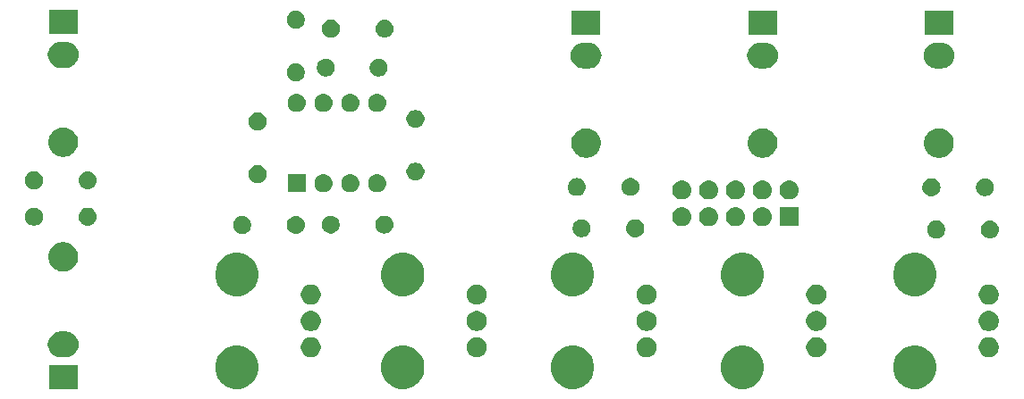
<source format=gbr>
G04 #@! TF.GenerationSoftware,KiCad,Pcbnew,(5.0.1)-rc2*
G04 #@! TF.CreationDate,2019-03-16T15:36:32-04:00*
G04 #@! TF.ProjectId,mixer,6D697865722E6B696361645F70636200,rev?*
G04 #@! TF.SameCoordinates,Original*
G04 #@! TF.FileFunction,Soldermask,Bot*
G04 #@! TF.FilePolarity,Negative*
%FSLAX46Y46*%
G04 Gerber Fmt 4.6, Leading zero omitted, Abs format (unit mm)*
G04 Created by KiCad (PCBNEW (5.0.1)-rc2) date 3/16/2019 3:36:32 PM*
%MOMM*%
%LPD*%
G01*
G04 APERTURE LIST*
%ADD10C,0.100000*%
G04 APERTURE END LIST*
D10*
G36*
X201776652Y-99009418D02*
X201776654Y-99009419D01*
X201776655Y-99009419D01*
X202149913Y-99164027D01*
X202317851Y-99276240D01*
X202485839Y-99388486D01*
X202771514Y-99674161D01*
X202771516Y-99674164D01*
X202995973Y-100010087D01*
X203150581Y-100383345D01*
X203229400Y-100779594D01*
X203229400Y-101183606D01*
X203150581Y-101579855D01*
X202995973Y-101953113D01*
X202995972Y-101953114D01*
X202771514Y-102289039D01*
X202485839Y-102574714D01*
X202485836Y-102574716D01*
X202149913Y-102799173D01*
X201776655Y-102953781D01*
X201776654Y-102953781D01*
X201776652Y-102953782D01*
X201380407Y-103032600D01*
X200976393Y-103032600D01*
X200580148Y-102953782D01*
X200580146Y-102953781D01*
X200580145Y-102953781D01*
X200206887Y-102799173D01*
X199870964Y-102574716D01*
X199870961Y-102574714D01*
X199585286Y-102289039D01*
X199360828Y-101953114D01*
X199360827Y-101953113D01*
X199206219Y-101579855D01*
X199127400Y-101183606D01*
X199127400Y-100779594D01*
X199206219Y-100383345D01*
X199360827Y-100010087D01*
X199585284Y-99674164D01*
X199585286Y-99674161D01*
X199870961Y-99388486D01*
X200038949Y-99276240D01*
X200206887Y-99164027D01*
X200580145Y-99009419D01*
X200580146Y-99009419D01*
X200580148Y-99009418D01*
X200976393Y-98930600D01*
X201380407Y-98930600D01*
X201776652Y-99009418D01*
X201776652Y-99009418D01*
G37*
G36*
X185444452Y-99009418D02*
X185444454Y-99009419D01*
X185444455Y-99009419D01*
X185817713Y-99164027D01*
X185985651Y-99276240D01*
X186153639Y-99388486D01*
X186439314Y-99674161D01*
X186439316Y-99674164D01*
X186663773Y-100010087D01*
X186818381Y-100383345D01*
X186897200Y-100779594D01*
X186897200Y-101183606D01*
X186818381Y-101579855D01*
X186663773Y-101953113D01*
X186663772Y-101953114D01*
X186439314Y-102289039D01*
X186153639Y-102574714D01*
X186153636Y-102574716D01*
X185817713Y-102799173D01*
X185444455Y-102953781D01*
X185444454Y-102953781D01*
X185444452Y-102953782D01*
X185048207Y-103032600D01*
X184644193Y-103032600D01*
X184247948Y-102953782D01*
X184247946Y-102953781D01*
X184247945Y-102953781D01*
X183874687Y-102799173D01*
X183538764Y-102574716D01*
X183538761Y-102574714D01*
X183253086Y-102289039D01*
X183028628Y-101953114D01*
X183028627Y-101953113D01*
X182874019Y-101579855D01*
X182795200Y-101183606D01*
X182795200Y-100779594D01*
X182874019Y-100383345D01*
X183028627Y-100010087D01*
X183253084Y-99674164D01*
X183253086Y-99674161D01*
X183538761Y-99388486D01*
X183706749Y-99276240D01*
X183874687Y-99164027D01*
X184247945Y-99009419D01*
X184247946Y-99009419D01*
X184247948Y-99009418D01*
X184644193Y-98930600D01*
X185048207Y-98930600D01*
X185444452Y-99009418D01*
X185444452Y-99009418D01*
G37*
G36*
X169366252Y-99009418D02*
X169366254Y-99009419D01*
X169366255Y-99009419D01*
X169739513Y-99164027D01*
X169907451Y-99276240D01*
X170075439Y-99388486D01*
X170361114Y-99674161D01*
X170361116Y-99674164D01*
X170585573Y-100010087D01*
X170740181Y-100383345D01*
X170819000Y-100779594D01*
X170819000Y-101183606D01*
X170740181Y-101579855D01*
X170585573Y-101953113D01*
X170585572Y-101953114D01*
X170361114Y-102289039D01*
X170075439Y-102574714D01*
X170075436Y-102574716D01*
X169739513Y-102799173D01*
X169366255Y-102953781D01*
X169366254Y-102953781D01*
X169366252Y-102953782D01*
X168970007Y-103032600D01*
X168565993Y-103032600D01*
X168169748Y-102953782D01*
X168169746Y-102953781D01*
X168169745Y-102953781D01*
X167796487Y-102799173D01*
X167460564Y-102574716D01*
X167460561Y-102574714D01*
X167174886Y-102289039D01*
X166950428Y-101953114D01*
X166950427Y-101953113D01*
X166795819Y-101579855D01*
X166717000Y-101183606D01*
X166717000Y-100779594D01*
X166795819Y-100383345D01*
X166950427Y-100010087D01*
X167174884Y-99674164D01*
X167174886Y-99674161D01*
X167460561Y-99388486D01*
X167628549Y-99276240D01*
X167796487Y-99164027D01*
X168169745Y-99009419D01*
X168169746Y-99009419D01*
X168169748Y-99009418D01*
X168565993Y-98930600D01*
X168970007Y-98930600D01*
X169366252Y-99009418D01*
X169366252Y-99009418D01*
G37*
G36*
X137590852Y-99009418D02*
X137590854Y-99009419D01*
X137590855Y-99009419D01*
X137964113Y-99164027D01*
X138132051Y-99276240D01*
X138300039Y-99388486D01*
X138585714Y-99674161D01*
X138585716Y-99674164D01*
X138810173Y-100010087D01*
X138964781Y-100383345D01*
X139043600Y-100779594D01*
X139043600Y-101183606D01*
X138964781Y-101579855D01*
X138810173Y-101953113D01*
X138810172Y-101953114D01*
X138585714Y-102289039D01*
X138300039Y-102574714D01*
X138300036Y-102574716D01*
X137964113Y-102799173D01*
X137590855Y-102953781D01*
X137590854Y-102953781D01*
X137590852Y-102953782D01*
X137194607Y-103032600D01*
X136790593Y-103032600D01*
X136394348Y-102953782D01*
X136394346Y-102953781D01*
X136394345Y-102953781D01*
X136021087Y-102799173D01*
X135685164Y-102574716D01*
X135685161Y-102574714D01*
X135399486Y-102289039D01*
X135175028Y-101953114D01*
X135175027Y-101953113D01*
X135020419Y-101579855D01*
X134941600Y-101183606D01*
X134941600Y-100779594D01*
X135020419Y-100383345D01*
X135175027Y-100010087D01*
X135399484Y-99674164D01*
X135399486Y-99674161D01*
X135685161Y-99388486D01*
X135853149Y-99276240D01*
X136021087Y-99164027D01*
X136394345Y-99009419D01*
X136394346Y-99009419D01*
X136394348Y-99009418D01*
X136790593Y-98930600D01*
X137194607Y-98930600D01*
X137590852Y-99009418D01*
X137590852Y-99009418D01*
G37*
G36*
X153288052Y-99009418D02*
X153288054Y-99009419D01*
X153288055Y-99009419D01*
X153661313Y-99164027D01*
X153829251Y-99276240D01*
X153997239Y-99388486D01*
X154282914Y-99674161D01*
X154282916Y-99674164D01*
X154507373Y-100010087D01*
X154661981Y-100383345D01*
X154740800Y-100779594D01*
X154740800Y-101183606D01*
X154661981Y-101579855D01*
X154507373Y-101953113D01*
X154507372Y-101953114D01*
X154282914Y-102289039D01*
X153997239Y-102574714D01*
X153997236Y-102574716D01*
X153661313Y-102799173D01*
X153288055Y-102953781D01*
X153288054Y-102953781D01*
X153288052Y-102953782D01*
X152891807Y-103032600D01*
X152487793Y-103032600D01*
X152091548Y-102953782D01*
X152091546Y-102953781D01*
X152091545Y-102953781D01*
X151718287Y-102799173D01*
X151382364Y-102574716D01*
X151382361Y-102574714D01*
X151096686Y-102289039D01*
X150872228Y-101953114D01*
X150872227Y-101953113D01*
X150717619Y-101579855D01*
X150638800Y-101183606D01*
X150638800Y-100779594D01*
X150717619Y-100383345D01*
X150872227Y-100010087D01*
X151096684Y-99674164D01*
X151096686Y-99674161D01*
X151382361Y-99388486D01*
X151550349Y-99276240D01*
X151718287Y-99164027D01*
X152091545Y-99009419D01*
X152091546Y-99009419D01*
X152091548Y-99009418D01*
X152487793Y-98930600D01*
X152891807Y-98930600D01*
X153288052Y-99009418D01*
X153288052Y-99009418D01*
G37*
G36*
X121899400Y-103030800D02*
X119197400Y-103030800D01*
X119197400Y-100778800D01*
X121899400Y-100778800D01*
X121899400Y-103030800D01*
X121899400Y-103030800D01*
G37*
G36*
X176045396Y-98167146D02*
X176218466Y-98238834D01*
X176374230Y-98342912D01*
X176506688Y-98475370D01*
X176610766Y-98631134D01*
X176682454Y-98804204D01*
X176719000Y-98987933D01*
X176719000Y-99175267D01*
X176682454Y-99358996D01*
X176610766Y-99532066D01*
X176506688Y-99687830D01*
X176374230Y-99820288D01*
X176218466Y-99924366D01*
X176045396Y-99996054D01*
X175861667Y-100032600D01*
X175674333Y-100032600D01*
X175490604Y-99996054D01*
X175317534Y-99924366D01*
X175161770Y-99820288D01*
X175029312Y-99687830D01*
X174925234Y-99532066D01*
X174853546Y-99358996D01*
X174817000Y-99175267D01*
X174817000Y-98987933D01*
X174853546Y-98804204D01*
X174925234Y-98631134D01*
X175029312Y-98475370D01*
X175161770Y-98342912D01*
X175317534Y-98238834D01*
X175490604Y-98167146D01*
X175674333Y-98130600D01*
X175861667Y-98130600D01*
X176045396Y-98167146D01*
X176045396Y-98167146D01*
G37*
G36*
X208455796Y-98167146D02*
X208628866Y-98238834D01*
X208784630Y-98342912D01*
X208917088Y-98475370D01*
X209021166Y-98631134D01*
X209092854Y-98804204D01*
X209129400Y-98987933D01*
X209129400Y-99175267D01*
X209092854Y-99358996D01*
X209021166Y-99532066D01*
X208917088Y-99687830D01*
X208784630Y-99820288D01*
X208628866Y-99924366D01*
X208455796Y-99996054D01*
X208272067Y-100032600D01*
X208084733Y-100032600D01*
X207901004Y-99996054D01*
X207727934Y-99924366D01*
X207572170Y-99820288D01*
X207439712Y-99687830D01*
X207335634Y-99532066D01*
X207263946Y-99358996D01*
X207227400Y-99175267D01*
X207227400Y-98987933D01*
X207263946Y-98804204D01*
X207335634Y-98631134D01*
X207439712Y-98475370D01*
X207572170Y-98342912D01*
X207727934Y-98238834D01*
X207901004Y-98167146D01*
X208084733Y-98130600D01*
X208272067Y-98130600D01*
X208455796Y-98167146D01*
X208455796Y-98167146D01*
G37*
G36*
X192123596Y-98167146D02*
X192296666Y-98238834D01*
X192452430Y-98342912D01*
X192584888Y-98475370D01*
X192688966Y-98631134D01*
X192760654Y-98804204D01*
X192797200Y-98987933D01*
X192797200Y-99175267D01*
X192760654Y-99358996D01*
X192688966Y-99532066D01*
X192584888Y-99687830D01*
X192452430Y-99820288D01*
X192296666Y-99924366D01*
X192123596Y-99996054D01*
X191939867Y-100032600D01*
X191752533Y-100032600D01*
X191568804Y-99996054D01*
X191395734Y-99924366D01*
X191239970Y-99820288D01*
X191107512Y-99687830D01*
X191003434Y-99532066D01*
X190931746Y-99358996D01*
X190895200Y-99175267D01*
X190895200Y-98987933D01*
X190931746Y-98804204D01*
X191003434Y-98631134D01*
X191107512Y-98475370D01*
X191239970Y-98342912D01*
X191395734Y-98238834D01*
X191568804Y-98167146D01*
X191752533Y-98130600D01*
X191939867Y-98130600D01*
X192123596Y-98167146D01*
X192123596Y-98167146D01*
G37*
G36*
X144269996Y-98167146D02*
X144443066Y-98238834D01*
X144598830Y-98342912D01*
X144731288Y-98475370D01*
X144835366Y-98631134D01*
X144907054Y-98804204D01*
X144943600Y-98987933D01*
X144943600Y-99175267D01*
X144907054Y-99358996D01*
X144835366Y-99532066D01*
X144731288Y-99687830D01*
X144598830Y-99820288D01*
X144443066Y-99924366D01*
X144269996Y-99996054D01*
X144086267Y-100032600D01*
X143898933Y-100032600D01*
X143715204Y-99996054D01*
X143542134Y-99924366D01*
X143386370Y-99820288D01*
X143253912Y-99687830D01*
X143149834Y-99532066D01*
X143078146Y-99358996D01*
X143041600Y-99175267D01*
X143041600Y-98987933D01*
X143078146Y-98804204D01*
X143149834Y-98631134D01*
X143253912Y-98475370D01*
X143386370Y-98342912D01*
X143542134Y-98238834D01*
X143715204Y-98167146D01*
X143898933Y-98130600D01*
X144086267Y-98130600D01*
X144269996Y-98167146D01*
X144269996Y-98167146D01*
G37*
G36*
X159967196Y-98167146D02*
X160140266Y-98238834D01*
X160296030Y-98342912D01*
X160428488Y-98475370D01*
X160532566Y-98631134D01*
X160604254Y-98804204D01*
X160640800Y-98987933D01*
X160640800Y-99175267D01*
X160604254Y-99358996D01*
X160532566Y-99532066D01*
X160428488Y-99687830D01*
X160296030Y-99820288D01*
X160140266Y-99924366D01*
X159967196Y-99996054D01*
X159783467Y-100032600D01*
X159596133Y-100032600D01*
X159412404Y-99996054D01*
X159239334Y-99924366D01*
X159083570Y-99820288D01*
X158951112Y-99687830D01*
X158847034Y-99532066D01*
X158775346Y-99358996D01*
X158738800Y-99175267D01*
X158738800Y-98987933D01*
X158775346Y-98804204D01*
X158847034Y-98631134D01*
X158951112Y-98475370D01*
X159083570Y-98342912D01*
X159239334Y-98238834D01*
X159412404Y-98167146D01*
X159596133Y-98130600D01*
X159783467Y-98130600D01*
X159967196Y-98167146D01*
X159967196Y-98167146D01*
G37*
G36*
X121013738Y-97596539D02*
X121244840Y-97666643D01*
X121457825Y-97780486D01*
X121644507Y-97933693D01*
X121797714Y-98120375D01*
X121911557Y-98333360D01*
X121981661Y-98564462D01*
X122005332Y-98804800D01*
X121981661Y-99045138D01*
X121911557Y-99276240D01*
X121797714Y-99489225D01*
X121644507Y-99675907D01*
X121457825Y-99829114D01*
X121244840Y-99942957D01*
X121013738Y-100013061D01*
X120833629Y-100030800D01*
X120263171Y-100030800D01*
X120083062Y-100013061D01*
X119851960Y-99942957D01*
X119638975Y-99829114D01*
X119452293Y-99675907D01*
X119299086Y-99489225D01*
X119185243Y-99276240D01*
X119115139Y-99045138D01*
X119091468Y-98804800D01*
X119115139Y-98564462D01*
X119185243Y-98333360D01*
X119299086Y-98120375D01*
X119452293Y-97933693D01*
X119638975Y-97780486D01*
X119851960Y-97666643D01*
X120083062Y-97596539D01*
X120263171Y-97578800D01*
X120833629Y-97578800D01*
X121013738Y-97596539D01*
X121013738Y-97596539D01*
G37*
G36*
X192123596Y-95667146D02*
X192296666Y-95738834D01*
X192452430Y-95842912D01*
X192584888Y-95975370D01*
X192688966Y-96131134D01*
X192760654Y-96304204D01*
X192797200Y-96487933D01*
X192797200Y-96675267D01*
X192760654Y-96858996D01*
X192688966Y-97032066D01*
X192584888Y-97187830D01*
X192452430Y-97320288D01*
X192296666Y-97424366D01*
X192123596Y-97496054D01*
X191939867Y-97532600D01*
X191752533Y-97532600D01*
X191568804Y-97496054D01*
X191395734Y-97424366D01*
X191239970Y-97320288D01*
X191107512Y-97187830D01*
X191003434Y-97032066D01*
X190931746Y-96858996D01*
X190895200Y-96675267D01*
X190895200Y-96487933D01*
X190931746Y-96304204D01*
X191003434Y-96131134D01*
X191107512Y-95975370D01*
X191239970Y-95842912D01*
X191395734Y-95738834D01*
X191568804Y-95667146D01*
X191752533Y-95630600D01*
X191939867Y-95630600D01*
X192123596Y-95667146D01*
X192123596Y-95667146D01*
G37*
G36*
X159967196Y-95667146D02*
X160140266Y-95738834D01*
X160296030Y-95842912D01*
X160428488Y-95975370D01*
X160532566Y-96131134D01*
X160604254Y-96304204D01*
X160640800Y-96487933D01*
X160640800Y-96675267D01*
X160604254Y-96858996D01*
X160532566Y-97032066D01*
X160428488Y-97187830D01*
X160296030Y-97320288D01*
X160140266Y-97424366D01*
X159967196Y-97496054D01*
X159783467Y-97532600D01*
X159596133Y-97532600D01*
X159412404Y-97496054D01*
X159239334Y-97424366D01*
X159083570Y-97320288D01*
X158951112Y-97187830D01*
X158847034Y-97032066D01*
X158775346Y-96858996D01*
X158738800Y-96675267D01*
X158738800Y-96487933D01*
X158775346Y-96304204D01*
X158847034Y-96131134D01*
X158951112Y-95975370D01*
X159083570Y-95842912D01*
X159239334Y-95738834D01*
X159412404Y-95667146D01*
X159596133Y-95630600D01*
X159783467Y-95630600D01*
X159967196Y-95667146D01*
X159967196Y-95667146D01*
G37*
G36*
X176045396Y-95667146D02*
X176218466Y-95738834D01*
X176374230Y-95842912D01*
X176506688Y-95975370D01*
X176610766Y-96131134D01*
X176682454Y-96304204D01*
X176719000Y-96487933D01*
X176719000Y-96675267D01*
X176682454Y-96858996D01*
X176610766Y-97032066D01*
X176506688Y-97187830D01*
X176374230Y-97320288D01*
X176218466Y-97424366D01*
X176045396Y-97496054D01*
X175861667Y-97532600D01*
X175674333Y-97532600D01*
X175490604Y-97496054D01*
X175317534Y-97424366D01*
X175161770Y-97320288D01*
X175029312Y-97187830D01*
X174925234Y-97032066D01*
X174853546Y-96858996D01*
X174817000Y-96675267D01*
X174817000Y-96487933D01*
X174853546Y-96304204D01*
X174925234Y-96131134D01*
X175029312Y-95975370D01*
X175161770Y-95842912D01*
X175317534Y-95738834D01*
X175490604Y-95667146D01*
X175674333Y-95630600D01*
X175861667Y-95630600D01*
X176045396Y-95667146D01*
X176045396Y-95667146D01*
G37*
G36*
X144269996Y-95667146D02*
X144443066Y-95738834D01*
X144598830Y-95842912D01*
X144731288Y-95975370D01*
X144835366Y-96131134D01*
X144907054Y-96304204D01*
X144943600Y-96487933D01*
X144943600Y-96675267D01*
X144907054Y-96858996D01*
X144835366Y-97032066D01*
X144731288Y-97187830D01*
X144598830Y-97320288D01*
X144443066Y-97424366D01*
X144269996Y-97496054D01*
X144086267Y-97532600D01*
X143898933Y-97532600D01*
X143715204Y-97496054D01*
X143542134Y-97424366D01*
X143386370Y-97320288D01*
X143253912Y-97187830D01*
X143149834Y-97032066D01*
X143078146Y-96858996D01*
X143041600Y-96675267D01*
X143041600Y-96487933D01*
X143078146Y-96304204D01*
X143149834Y-96131134D01*
X143253912Y-95975370D01*
X143386370Y-95842912D01*
X143542134Y-95738834D01*
X143715204Y-95667146D01*
X143898933Y-95630600D01*
X144086267Y-95630600D01*
X144269996Y-95667146D01*
X144269996Y-95667146D01*
G37*
G36*
X208455796Y-95667146D02*
X208628866Y-95738834D01*
X208784630Y-95842912D01*
X208917088Y-95975370D01*
X209021166Y-96131134D01*
X209092854Y-96304204D01*
X209129400Y-96487933D01*
X209129400Y-96675267D01*
X209092854Y-96858996D01*
X209021166Y-97032066D01*
X208917088Y-97187830D01*
X208784630Y-97320288D01*
X208628866Y-97424366D01*
X208455796Y-97496054D01*
X208272067Y-97532600D01*
X208084733Y-97532600D01*
X207901004Y-97496054D01*
X207727934Y-97424366D01*
X207572170Y-97320288D01*
X207439712Y-97187830D01*
X207335634Y-97032066D01*
X207263946Y-96858996D01*
X207227400Y-96675267D01*
X207227400Y-96487933D01*
X207263946Y-96304204D01*
X207335634Y-96131134D01*
X207439712Y-95975370D01*
X207572170Y-95842912D01*
X207727934Y-95738834D01*
X207901004Y-95667146D01*
X208084733Y-95630600D01*
X208272067Y-95630600D01*
X208455796Y-95667146D01*
X208455796Y-95667146D01*
G37*
G36*
X159967196Y-93167146D02*
X160140266Y-93238834D01*
X160296030Y-93342912D01*
X160428488Y-93475370D01*
X160532566Y-93631134D01*
X160604254Y-93804204D01*
X160640800Y-93987933D01*
X160640800Y-94175267D01*
X160604254Y-94358996D01*
X160532566Y-94532066D01*
X160428488Y-94687830D01*
X160296030Y-94820288D01*
X160140266Y-94924366D01*
X159967196Y-94996054D01*
X159783467Y-95032600D01*
X159596133Y-95032600D01*
X159412404Y-94996054D01*
X159239334Y-94924366D01*
X159083570Y-94820288D01*
X158951112Y-94687830D01*
X158847034Y-94532066D01*
X158775346Y-94358996D01*
X158738800Y-94175267D01*
X158738800Y-93987933D01*
X158775346Y-93804204D01*
X158847034Y-93631134D01*
X158951112Y-93475370D01*
X159083570Y-93342912D01*
X159239334Y-93238834D01*
X159412404Y-93167146D01*
X159596133Y-93130600D01*
X159783467Y-93130600D01*
X159967196Y-93167146D01*
X159967196Y-93167146D01*
G37*
G36*
X208455796Y-93167146D02*
X208628866Y-93238834D01*
X208784630Y-93342912D01*
X208917088Y-93475370D01*
X209021166Y-93631134D01*
X209092854Y-93804204D01*
X209129400Y-93987933D01*
X209129400Y-94175267D01*
X209092854Y-94358996D01*
X209021166Y-94532066D01*
X208917088Y-94687830D01*
X208784630Y-94820288D01*
X208628866Y-94924366D01*
X208455796Y-94996054D01*
X208272067Y-95032600D01*
X208084733Y-95032600D01*
X207901004Y-94996054D01*
X207727934Y-94924366D01*
X207572170Y-94820288D01*
X207439712Y-94687830D01*
X207335634Y-94532066D01*
X207263946Y-94358996D01*
X207227400Y-94175267D01*
X207227400Y-93987933D01*
X207263946Y-93804204D01*
X207335634Y-93631134D01*
X207439712Y-93475370D01*
X207572170Y-93342912D01*
X207727934Y-93238834D01*
X207901004Y-93167146D01*
X208084733Y-93130600D01*
X208272067Y-93130600D01*
X208455796Y-93167146D01*
X208455796Y-93167146D01*
G37*
G36*
X144269996Y-93167146D02*
X144443066Y-93238834D01*
X144598830Y-93342912D01*
X144731288Y-93475370D01*
X144835366Y-93631134D01*
X144907054Y-93804204D01*
X144943600Y-93987933D01*
X144943600Y-94175267D01*
X144907054Y-94358996D01*
X144835366Y-94532066D01*
X144731288Y-94687830D01*
X144598830Y-94820288D01*
X144443066Y-94924366D01*
X144269996Y-94996054D01*
X144086267Y-95032600D01*
X143898933Y-95032600D01*
X143715204Y-94996054D01*
X143542134Y-94924366D01*
X143386370Y-94820288D01*
X143253912Y-94687830D01*
X143149834Y-94532066D01*
X143078146Y-94358996D01*
X143041600Y-94175267D01*
X143041600Y-93987933D01*
X143078146Y-93804204D01*
X143149834Y-93631134D01*
X143253912Y-93475370D01*
X143386370Y-93342912D01*
X143542134Y-93238834D01*
X143715204Y-93167146D01*
X143898933Y-93130600D01*
X144086267Y-93130600D01*
X144269996Y-93167146D01*
X144269996Y-93167146D01*
G37*
G36*
X176045396Y-93167146D02*
X176218466Y-93238834D01*
X176374230Y-93342912D01*
X176506688Y-93475370D01*
X176610766Y-93631134D01*
X176682454Y-93804204D01*
X176719000Y-93987933D01*
X176719000Y-94175267D01*
X176682454Y-94358996D01*
X176610766Y-94532066D01*
X176506688Y-94687830D01*
X176374230Y-94820288D01*
X176218466Y-94924366D01*
X176045396Y-94996054D01*
X175861667Y-95032600D01*
X175674333Y-95032600D01*
X175490604Y-94996054D01*
X175317534Y-94924366D01*
X175161770Y-94820288D01*
X175029312Y-94687830D01*
X174925234Y-94532066D01*
X174853546Y-94358996D01*
X174817000Y-94175267D01*
X174817000Y-93987933D01*
X174853546Y-93804204D01*
X174925234Y-93631134D01*
X175029312Y-93475370D01*
X175161770Y-93342912D01*
X175317534Y-93238834D01*
X175490604Y-93167146D01*
X175674333Y-93130600D01*
X175861667Y-93130600D01*
X176045396Y-93167146D01*
X176045396Y-93167146D01*
G37*
G36*
X192123596Y-93167146D02*
X192296666Y-93238834D01*
X192452430Y-93342912D01*
X192584888Y-93475370D01*
X192688966Y-93631134D01*
X192760654Y-93804204D01*
X192797200Y-93987933D01*
X192797200Y-94175267D01*
X192760654Y-94358996D01*
X192688966Y-94532066D01*
X192584888Y-94687830D01*
X192452430Y-94820288D01*
X192296666Y-94924366D01*
X192123596Y-94996054D01*
X191939867Y-95032600D01*
X191752533Y-95032600D01*
X191568804Y-94996054D01*
X191395734Y-94924366D01*
X191239970Y-94820288D01*
X191107512Y-94687830D01*
X191003434Y-94532066D01*
X190931746Y-94358996D01*
X190895200Y-94175267D01*
X190895200Y-93987933D01*
X190931746Y-93804204D01*
X191003434Y-93631134D01*
X191107512Y-93475370D01*
X191239970Y-93342912D01*
X191395734Y-93238834D01*
X191568804Y-93167146D01*
X191752533Y-93130600D01*
X191939867Y-93130600D01*
X192123596Y-93167146D01*
X192123596Y-93167146D01*
G37*
G36*
X153288052Y-90209418D02*
X153288054Y-90209419D01*
X153288055Y-90209419D01*
X153661313Y-90364027D01*
X153661314Y-90364028D01*
X153997239Y-90588486D01*
X154282914Y-90874161D01*
X154282916Y-90874164D01*
X154507373Y-91210087D01*
X154661981Y-91583345D01*
X154661982Y-91583348D01*
X154740800Y-91979593D01*
X154740800Y-92383606D01*
X154661981Y-92779855D01*
X154507373Y-93153113D01*
X154450096Y-93238834D01*
X154282914Y-93489039D01*
X153997239Y-93774714D01*
X153997236Y-93774716D01*
X153661313Y-93999173D01*
X153288055Y-94153781D01*
X153288054Y-94153781D01*
X153288052Y-94153782D01*
X152891807Y-94232600D01*
X152487793Y-94232600D01*
X152091548Y-94153782D01*
X152091546Y-94153781D01*
X152091545Y-94153781D01*
X151718287Y-93999173D01*
X151382364Y-93774716D01*
X151382361Y-93774714D01*
X151096686Y-93489039D01*
X150929504Y-93238834D01*
X150872227Y-93153113D01*
X150717619Y-92779855D01*
X150638800Y-92383606D01*
X150638800Y-91979593D01*
X150717618Y-91583348D01*
X150717619Y-91583345D01*
X150872227Y-91210087D01*
X151096684Y-90874164D01*
X151096686Y-90874161D01*
X151382361Y-90588486D01*
X151718286Y-90364028D01*
X151718287Y-90364027D01*
X152091545Y-90209419D01*
X152091546Y-90209419D01*
X152091548Y-90209418D01*
X152487793Y-90130600D01*
X152891807Y-90130600D01*
X153288052Y-90209418D01*
X153288052Y-90209418D01*
G37*
G36*
X201776652Y-90209418D02*
X201776654Y-90209419D01*
X201776655Y-90209419D01*
X202149913Y-90364027D01*
X202149914Y-90364028D01*
X202485839Y-90588486D01*
X202771514Y-90874161D01*
X202771516Y-90874164D01*
X202995973Y-91210087D01*
X203150581Y-91583345D01*
X203150582Y-91583348D01*
X203229400Y-91979593D01*
X203229400Y-92383606D01*
X203150581Y-92779855D01*
X202995973Y-93153113D01*
X202938696Y-93238834D01*
X202771514Y-93489039D01*
X202485839Y-93774714D01*
X202485836Y-93774716D01*
X202149913Y-93999173D01*
X201776655Y-94153781D01*
X201776654Y-94153781D01*
X201776652Y-94153782D01*
X201380407Y-94232600D01*
X200976393Y-94232600D01*
X200580148Y-94153782D01*
X200580146Y-94153781D01*
X200580145Y-94153781D01*
X200206887Y-93999173D01*
X199870964Y-93774716D01*
X199870961Y-93774714D01*
X199585286Y-93489039D01*
X199418104Y-93238834D01*
X199360827Y-93153113D01*
X199206219Y-92779855D01*
X199127400Y-92383606D01*
X199127400Y-91979593D01*
X199206218Y-91583348D01*
X199206219Y-91583345D01*
X199360827Y-91210087D01*
X199585284Y-90874164D01*
X199585286Y-90874161D01*
X199870961Y-90588486D01*
X200206886Y-90364028D01*
X200206887Y-90364027D01*
X200580145Y-90209419D01*
X200580146Y-90209419D01*
X200580148Y-90209418D01*
X200976393Y-90130600D01*
X201380407Y-90130600D01*
X201776652Y-90209418D01*
X201776652Y-90209418D01*
G37*
G36*
X169366252Y-90209418D02*
X169366254Y-90209419D01*
X169366255Y-90209419D01*
X169739513Y-90364027D01*
X169739514Y-90364028D01*
X170075439Y-90588486D01*
X170361114Y-90874161D01*
X170361116Y-90874164D01*
X170585573Y-91210087D01*
X170740181Y-91583345D01*
X170740182Y-91583348D01*
X170819000Y-91979593D01*
X170819000Y-92383606D01*
X170740181Y-92779855D01*
X170585573Y-93153113D01*
X170528296Y-93238834D01*
X170361114Y-93489039D01*
X170075439Y-93774714D01*
X170075436Y-93774716D01*
X169739513Y-93999173D01*
X169366255Y-94153781D01*
X169366254Y-94153781D01*
X169366252Y-94153782D01*
X168970007Y-94232600D01*
X168565993Y-94232600D01*
X168169748Y-94153782D01*
X168169746Y-94153781D01*
X168169745Y-94153781D01*
X167796487Y-93999173D01*
X167460564Y-93774716D01*
X167460561Y-93774714D01*
X167174886Y-93489039D01*
X167007704Y-93238834D01*
X166950427Y-93153113D01*
X166795819Y-92779855D01*
X166717000Y-92383606D01*
X166717000Y-91979593D01*
X166795818Y-91583348D01*
X166795819Y-91583345D01*
X166950427Y-91210087D01*
X167174884Y-90874164D01*
X167174886Y-90874161D01*
X167460561Y-90588486D01*
X167796486Y-90364028D01*
X167796487Y-90364027D01*
X168169745Y-90209419D01*
X168169746Y-90209419D01*
X168169748Y-90209418D01*
X168565993Y-90130600D01*
X168970007Y-90130600D01*
X169366252Y-90209418D01*
X169366252Y-90209418D01*
G37*
G36*
X137590852Y-90209418D02*
X137590854Y-90209419D01*
X137590855Y-90209419D01*
X137964113Y-90364027D01*
X137964114Y-90364028D01*
X138300039Y-90588486D01*
X138585714Y-90874161D01*
X138585716Y-90874164D01*
X138810173Y-91210087D01*
X138964781Y-91583345D01*
X138964782Y-91583348D01*
X139043600Y-91979593D01*
X139043600Y-92383606D01*
X138964781Y-92779855D01*
X138810173Y-93153113D01*
X138752896Y-93238834D01*
X138585714Y-93489039D01*
X138300039Y-93774714D01*
X138300036Y-93774716D01*
X137964113Y-93999173D01*
X137590855Y-94153781D01*
X137590854Y-94153781D01*
X137590852Y-94153782D01*
X137194607Y-94232600D01*
X136790593Y-94232600D01*
X136394348Y-94153782D01*
X136394346Y-94153781D01*
X136394345Y-94153781D01*
X136021087Y-93999173D01*
X135685164Y-93774716D01*
X135685161Y-93774714D01*
X135399486Y-93489039D01*
X135232304Y-93238834D01*
X135175027Y-93153113D01*
X135020419Y-92779855D01*
X134941600Y-92383606D01*
X134941600Y-91979593D01*
X135020418Y-91583348D01*
X135020419Y-91583345D01*
X135175027Y-91210087D01*
X135399484Y-90874164D01*
X135399486Y-90874161D01*
X135685161Y-90588486D01*
X136021086Y-90364028D01*
X136021087Y-90364027D01*
X136394345Y-90209419D01*
X136394346Y-90209419D01*
X136394348Y-90209418D01*
X136790593Y-90130600D01*
X137194607Y-90130600D01*
X137590852Y-90209418D01*
X137590852Y-90209418D01*
G37*
G36*
X185444452Y-90209418D02*
X185444454Y-90209419D01*
X185444455Y-90209419D01*
X185817713Y-90364027D01*
X185817714Y-90364028D01*
X186153639Y-90588486D01*
X186439314Y-90874161D01*
X186439316Y-90874164D01*
X186663773Y-91210087D01*
X186818381Y-91583345D01*
X186818382Y-91583348D01*
X186897200Y-91979593D01*
X186897200Y-92383606D01*
X186818381Y-92779855D01*
X186663773Y-93153113D01*
X186606496Y-93238834D01*
X186439314Y-93489039D01*
X186153639Y-93774714D01*
X186153636Y-93774716D01*
X185817713Y-93999173D01*
X185444455Y-94153781D01*
X185444454Y-94153781D01*
X185444452Y-94153782D01*
X185048207Y-94232600D01*
X184644193Y-94232600D01*
X184247948Y-94153782D01*
X184247946Y-94153781D01*
X184247945Y-94153781D01*
X183874687Y-93999173D01*
X183538764Y-93774716D01*
X183538761Y-93774714D01*
X183253086Y-93489039D01*
X183085904Y-93238834D01*
X183028627Y-93153113D01*
X182874019Y-92779855D01*
X182795200Y-92383606D01*
X182795200Y-91979593D01*
X182874018Y-91583348D01*
X182874019Y-91583345D01*
X183028627Y-91210087D01*
X183253084Y-90874164D01*
X183253086Y-90874161D01*
X183538761Y-90588486D01*
X183874686Y-90364028D01*
X183874687Y-90364027D01*
X184247945Y-90209419D01*
X184247946Y-90209419D01*
X184247948Y-90209418D01*
X184644193Y-90130600D01*
X185048207Y-90130600D01*
X185444452Y-90209418D01*
X185444452Y-90209418D01*
G37*
G36*
X120866833Y-89139693D02*
X120957057Y-89157639D01*
X121062667Y-89201385D01*
X121212021Y-89263249D01*
X121441489Y-89416574D01*
X121636626Y-89611711D01*
X121789951Y-89841179D01*
X121895561Y-90096144D01*
X121949400Y-90366812D01*
X121949400Y-90642788D01*
X121895561Y-90913456D01*
X121789951Y-91168421D01*
X121636626Y-91397889D01*
X121441489Y-91593026D01*
X121212021Y-91746351D01*
X121062667Y-91808215D01*
X120957057Y-91851961D01*
X120866833Y-91869907D01*
X120686388Y-91905800D01*
X120410412Y-91905800D01*
X120229967Y-91869907D01*
X120139743Y-91851961D01*
X120034133Y-91808215D01*
X119884779Y-91746351D01*
X119655311Y-91593026D01*
X119460174Y-91397889D01*
X119306849Y-91168421D01*
X119201239Y-90913456D01*
X119147400Y-90642788D01*
X119147400Y-90366812D01*
X119201239Y-90096144D01*
X119306849Y-89841179D01*
X119460174Y-89611711D01*
X119655311Y-89416574D01*
X119884779Y-89263249D01*
X120034133Y-89201385D01*
X120139743Y-89157639D01*
X120229967Y-89139693D01*
X120410412Y-89103800D01*
X120686388Y-89103800D01*
X120866833Y-89139693D01*
X120866833Y-89139693D01*
G37*
G36*
X208446821Y-87070713D02*
X208446824Y-87070714D01*
X208446825Y-87070714D01*
X208607239Y-87119375D01*
X208607241Y-87119376D01*
X208607244Y-87119377D01*
X208755078Y-87198395D01*
X208884659Y-87304741D01*
X208991005Y-87434322D01*
X209070023Y-87582156D01*
X209070024Y-87582159D01*
X209070025Y-87582161D01*
X209102048Y-87687728D01*
X209118687Y-87742579D01*
X209135117Y-87909400D01*
X209118687Y-88076221D01*
X209118686Y-88076224D01*
X209118686Y-88076225D01*
X209071509Y-88231747D01*
X209070023Y-88236644D01*
X208991005Y-88384478D01*
X208884659Y-88514059D01*
X208755078Y-88620405D01*
X208607244Y-88699423D01*
X208607241Y-88699424D01*
X208607239Y-88699425D01*
X208446825Y-88748086D01*
X208446824Y-88748086D01*
X208446821Y-88748087D01*
X208321804Y-88760400D01*
X208238196Y-88760400D01*
X208113179Y-88748087D01*
X208113176Y-88748086D01*
X208113175Y-88748086D01*
X207952761Y-88699425D01*
X207952759Y-88699424D01*
X207952756Y-88699423D01*
X207804922Y-88620405D01*
X207675341Y-88514059D01*
X207568995Y-88384478D01*
X207489977Y-88236644D01*
X207488492Y-88231747D01*
X207441314Y-88076225D01*
X207441314Y-88076224D01*
X207441313Y-88076221D01*
X207424883Y-87909400D01*
X207441313Y-87742579D01*
X207457952Y-87687728D01*
X207489975Y-87582161D01*
X207489976Y-87582159D01*
X207489977Y-87582156D01*
X207568995Y-87434322D01*
X207675341Y-87304741D01*
X207804922Y-87198395D01*
X207952756Y-87119377D01*
X207952759Y-87119376D01*
X207952761Y-87119375D01*
X208113175Y-87070714D01*
X208113176Y-87070714D01*
X208113179Y-87070713D01*
X208238196Y-87058400D01*
X208321804Y-87058400D01*
X208446821Y-87070713D01*
X208446821Y-87070713D01*
G37*
G36*
X203448228Y-87091103D02*
X203603100Y-87155253D01*
X203742481Y-87248385D01*
X203861015Y-87366919D01*
X203954147Y-87506300D01*
X204018297Y-87661172D01*
X204051000Y-87825584D01*
X204051000Y-87993216D01*
X204018297Y-88157628D01*
X203954147Y-88312500D01*
X203861015Y-88451881D01*
X203742481Y-88570415D01*
X203603100Y-88663547D01*
X203448228Y-88727697D01*
X203283816Y-88760400D01*
X203116184Y-88760400D01*
X202951772Y-88727697D01*
X202796900Y-88663547D01*
X202657519Y-88570415D01*
X202538985Y-88451881D01*
X202445853Y-88312500D01*
X202381703Y-88157628D01*
X202349000Y-87993216D01*
X202349000Y-87825584D01*
X202381703Y-87661172D01*
X202445853Y-87506300D01*
X202538985Y-87366919D01*
X202657519Y-87248385D01*
X202796900Y-87155253D01*
X202951772Y-87091103D01*
X203116184Y-87058400D01*
X203283816Y-87058400D01*
X203448228Y-87091103D01*
X203448228Y-87091103D01*
G37*
G36*
X174868021Y-86943713D02*
X174868024Y-86943714D01*
X174868025Y-86943714D01*
X175028439Y-86992375D01*
X175028441Y-86992376D01*
X175028444Y-86992377D01*
X175176278Y-87071395D01*
X175305859Y-87177741D01*
X175412205Y-87307322D01*
X175491223Y-87455156D01*
X175491224Y-87455159D01*
X175491225Y-87455161D01*
X175523457Y-87561416D01*
X175539887Y-87615579D01*
X175556317Y-87782400D01*
X175539887Y-87949221D01*
X175539886Y-87949224D01*
X175539886Y-87949225D01*
X175493993Y-88100515D01*
X175491223Y-88109644D01*
X175412205Y-88257478D01*
X175305859Y-88387059D01*
X175176278Y-88493405D01*
X175028444Y-88572423D01*
X175028441Y-88572424D01*
X175028439Y-88572425D01*
X174868025Y-88621086D01*
X174868024Y-88621086D01*
X174868021Y-88621087D01*
X174743004Y-88633400D01*
X174659396Y-88633400D01*
X174534379Y-88621087D01*
X174534376Y-88621086D01*
X174534375Y-88621086D01*
X174373961Y-88572425D01*
X174373959Y-88572424D01*
X174373956Y-88572423D01*
X174226122Y-88493405D01*
X174096541Y-88387059D01*
X173990195Y-88257478D01*
X173911177Y-88109644D01*
X173908408Y-88100515D01*
X173862514Y-87949225D01*
X173862514Y-87949224D01*
X173862513Y-87949221D01*
X173846083Y-87782400D01*
X173862513Y-87615579D01*
X173878943Y-87561416D01*
X173911175Y-87455161D01*
X173911176Y-87455159D01*
X173911177Y-87455156D01*
X173990195Y-87307322D01*
X174096541Y-87177741D01*
X174226122Y-87071395D01*
X174373956Y-86992377D01*
X174373959Y-86992376D01*
X174373961Y-86992375D01*
X174534375Y-86943714D01*
X174534376Y-86943714D01*
X174534379Y-86943713D01*
X174659396Y-86931400D01*
X174743004Y-86931400D01*
X174868021Y-86943713D01*
X174868021Y-86943713D01*
G37*
G36*
X169869428Y-86964103D02*
X170024300Y-87028253D01*
X170163681Y-87121385D01*
X170282215Y-87239919D01*
X170375347Y-87379300D01*
X170439497Y-87534172D01*
X170472200Y-87698584D01*
X170472200Y-87866216D01*
X170439497Y-88030628D01*
X170375347Y-88185500D01*
X170282215Y-88324881D01*
X170163681Y-88443415D01*
X170024300Y-88536547D01*
X169869428Y-88600697D01*
X169705016Y-88633400D01*
X169537384Y-88633400D01*
X169372972Y-88600697D01*
X169218100Y-88536547D01*
X169078719Y-88443415D01*
X168960185Y-88324881D01*
X168867053Y-88185500D01*
X168802903Y-88030628D01*
X168770200Y-87866216D01*
X168770200Y-87698584D01*
X168802903Y-87534172D01*
X168867053Y-87379300D01*
X168960185Y-87239919D01*
X169078719Y-87121385D01*
X169218100Y-87028253D01*
X169372972Y-86964103D01*
X169537384Y-86931400D01*
X169705016Y-86931400D01*
X169869428Y-86964103D01*
X169869428Y-86964103D01*
G37*
G36*
X142737021Y-86638913D02*
X142737024Y-86638914D01*
X142737025Y-86638914D01*
X142897439Y-86687575D01*
X142897441Y-86687576D01*
X142897444Y-86687577D01*
X143045278Y-86766595D01*
X143174859Y-86872941D01*
X143281205Y-87002522D01*
X143360223Y-87150356D01*
X143360224Y-87150359D01*
X143360225Y-87150361D01*
X143408886Y-87310775D01*
X143408887Y-87310779D01*
X143425317Y-87477600D01*
X143408887Y-87644421D01*
X143408886Y-87644424D01*
X143408886Y-87644425D01*
X143367032Y-87782400D01*
X143360223Y-87804844D01*
X143281205Y-87952678D01*
X143174859Y-88082259D01*
X143045278Y-88188605D01*
X142897444Y-88267623D01*
X142897441Y-88267624D01*
X142897439Y-88267625D01*
X142737025Y-88316286D01*
X142737024Y-88316286D01*
X142737021Y-88316287D01*
X142612004Y-88328600D01*
X142528396Y-88328600D01*
X142403379Y-88316287D01*
X142403376Y-88316286D01*
X142403375Y-88316286D01*
X142242961Y-88267625D01*
X142242959Y-88267624D01*
X142242956Y-88267623D01*
X142095122Y-88188605D01*
X141965541Y-88082259D01*
X141859195Y-87952678D01*
X141780177Y-87804844D01*
X141773369Y-87782400D01*
X141731514Y-87644425D01*
X141731514Y-87644424D01*
X141731513Y-87644421D01*
X141715083Y-87477600D01*
X141731513Y-87310779D01*
X141731514Y-87310775D01*
X141780175Y-87150361D01*
X141780176Y-87150359D01*
X141780177Y-87150356D01*
X141859195Y-87002522D01*
X141965541Y-86872941D01*
X142095122Y-86766595D01*
X142242956Y-86687577D01*
X142242959Y-86687576D01*
X142242961Y-86687575D01*
X142403375Y-86638914D01*
X142403376Y-86638914D01*
X142403379Y-86638913D01*
X142528396Y-86626600D01*
X142612004Y-86626600D01*
X142737021Y-86638913D01*
X142737021Y-86638913D01*
G37*
G36*
X137738428Y-86659303D02*
X137893300Y-86723453D01*
X138032681Y-86816585D01*
X138151215Y-86935119D01*
X138244347Y-87074500D01*
X138308497Y-87229372D01*
X138341200Y-87393784D01*
X138341200Y-87561416D01*
X138308497Y-87725828D01*
X138244347Y-87880700D01*
X138151215Y-88020081D01*
X138032681Y-88138615D01*
X137893300Y-88231747D01*
X137738428Y-88295897D01*
X137574016Y-88328600D01*
X137406384Y-88328600D01*
X137241972Y-88295897D01*
X137087100Y-88231747D01*
X136947719Y-88138615D01*
X136829185Y-88020081D01*
X136736053Y-87880700D01*
X136671903Y-87725828D01*
X136639200Y-87561416D01*
X136639200Y-87393784D01*
X136671903Y-87229372D01*
X136736053Y-87074500D01*
X136829185Y-86935119D01*
X136947719Y-86816585D01*
X137087100Y-86723453D01*
X137241972Y-86659303D01*
X137406384Y-86626600D01*
X137574016Y-86626600D01*
X137738428Y-86659303D01*
X137738428Y-86659303D01*
G37*
G36*
X146120428Y-86621203D02*
X146275300Y-86685353D01*
X146414681Y-86778485D01*
X146533215Y-86897019D01*
X146626347Y-87036400D01*
X146690497Y-87191272D01*
X146723200Y-87355684D01*
X146723200Y-87523316D01*
X146690497Y-87687728D01*
X146626347Y-87842600D01*
X146533215Y-87981981D01*
X146414681Y-88100515D01*
X146275300Y-88193647D01*
X146120428Y-88257797D01*
X145956016Y-88290500D01*
X145788384Y-88290500D01*
X145623972Y-88257797D01*
X145469100Y-88193647D01*
X145329719Y-88100515D01*
X145211185Y-87981981D01*
X145118053Y-87842600D01*
X145053903Y-87687728D01*
X145021200Y-87523316D01*
X145021200Y-87355684D01*
X145053903Y-87191272D01*
X145118053Y-87036400D01*
X145211185Y-86897019D01*
X145329719Y-86778485D01*
X145469100Y-86685353D01*
X145623972Y-86621203D01*
X145788384Y-86588500D01*
X145956016Y-86588500D01*
X146120428Y-86621203D01*
X146120428Y-86621203D01*
G37*
G36*
X151119021Y-86600813D02*
X151119024Y-86600814D01*
X151119025Y-86600814D01*
X151279439Y-86649475D01*
X151279441Y-86649476D01*
X151279444Y-86649477D01*
X151427278Y-86728495D01*
X151556859Y-86834841D01*
X151663205Y-86964422D01*
X151742223Y-87112256D01*
X151742224Y-87112259D01*
X151742225Y-87112261D01*
X151783518Y-87248386D01*
X151790887Y-87272679D01*
X151807317Y-87439500D01*
X151790887Y-87606321D01*
X151790886Y-87606324D01*
X151790886Y-87606325D01*
X151749554Y-87742579D01*
X151742223Y-87766744D01*
X151663205Y-87914578D01*
X151556859Y-88044159D01*
X151427278Y-88150505D01*
X151279444Y-88229523D01*
X151279441Y-88229524D01*
X151279439Y-88229525D01*
X151119025Y-88278186D01*
X151119024Y-88278186D01*
X151119021Y-88278187D01*
X150994004Y-88290500D01*
X150910396Y-88290500D01*
X150785379Y-88278187D01*
X150785376Y-88278186D01*
X150785375Y-88278186D01*
X150624961Y-88229525D01*
X150624959Y-88229524D01*
X150624956Y-88229523D01*
X150477122Y-88150505D01*
X150347541Y-88044159D01*
X150241195Y-87914578D01*
X150162177Y-87766744D01*
X150154847Y-87742579D01*
X150113514Y-87606325D01*
X150113514Y-87606324D01*
X150113513Y-87606321D01*
X150097083Y-87439500D01*
X150113513Y-87272679D01*
X150120882Y-87248386D01*
X150162175Y-87112261D01*
X150162176Y-87112259D01*
X150162177Y-87112256D01*
X150241195Y-86964422D01*
X150347541Y-86834841D01*
X150477122Y-86728495D01*
X150624956Y-86649477D01*
X150624959Y-86649476D01*
X150624961Y-86649475D01*
X150785375Y-86600814D01*
X150785376Y-86600814D01*
X150785379Y-86600813D01*
X150910396Y-86588500D01*
X150994004Y-86588500D01*
X151119021Y-86600813D01*
X151119021Y-86600813D01*
G37*
G36*
X179218542Y-85795718D02*
X179284727Y-85802237D01*
X179397953Y-85836584D01*
X179454567Y-85853757D01*
X179541411Y-85900177D01*
X179611091Y-85937422D01*
X179646829Y-85966752D01*
X179748286Y-86050014D01*
X179828469Y-86147719D01*
X179860878Y-86187209D01*
X179860879Y-86187211D01*
X179944543Y-86343733D01*
X179961716Y-86400347D01*
X179996063Y-86513573D01*
X180013459Y-86690200D01*
X179996063Y-86866827D01*
X179966555Y-86964103D01*
X179944543Y-87036667D01*
X179881156Y-87155254D01*
X179860878Y-87193191D01*
X179856607Y-87198395D01*
X179748286Y-87330386D01*
X179646829Y-87413648D01*
X179611091Y-87442978D01*
X179611089Y-87442979D01*
X179454567Y-87526643D01*
X179406578Y-87541200D01*
X179284727Y-87578163D01*
X179218542Y-87584682D01*
X179152360Y-87591200D01*
X179063840Y-87591200D01*
X178997658Y-87584682D01*
X178931473Y-87578163D01*
X178809622Y-87541200D01*
X178761633Y-87526643D01*
X178605111Y-87442979D01*
X178605109Y-87442978D01*
X178569371Y-87413648D01*
X178467914Y-87330386D01*
X178359593Y-87198395D01*
X178355322Y-87193191D01*
X178335044Y-87155254D01*
X178271657Y-87036667D01*
X178249645Y-86964103D01*
X178220137Y-86866827D01*
X178202741Y-86690200D01*
X178220137Y-86513573D01*
X178254484Y-86400347D01*
X178271657Y-86343733D01*
X178355321Y-86187211D01*
X178355322Y-86187209D01*
X178387731Y-86147719D01*
X178467914Y-86050014D01*
X178569371Y-85966752D01*
X178605109Y-85937422D01*
X178674789Y-85900177D01*
X178761633Y-85853757D01*
X178818247Y-85836584D01*
X178931473Y-85802237D01*
X178997658Y-85795718D01*
X179063840Y-85789200D01*
X179152360Y-85789200D01*
X179218542Y-85795718D01*
X179218542Y-85795718D01*
G37*
G36*
X181758542Y-85795718D02*
X181824727Y-85802237D01*
X181937953Y-85836584D01*
X181994567Y-85853757D01*
X182081411Y-85900177D01*
X182151091Y-85937422D01*
X182186829Y-85966752D01*
X182288286Y-86050014D01*
X182368469Y-86147719D01*
X182400878Y-86187209D01*
X182400879Y-86187211D01*
X182484543Y-86343733D01*
X182501716Y-86400347D01*
X182536063Y-86513573D01*
X182553459Y-86690200D01*
X182536063Y-86866827D01*
X182506555Y-86964103D01*
X182484543Y-87036667D01*
X182421156Y-87155254D01*
X182400878Y-87193191D01*
X182396607Y-87198395D01*
X182288286Y-87330386D01*
X182186829Y-87413648D01*
X182151091Y-87442978D01*
X182151089Y-87442979D01*
X181994567Y-87526643D01*
X181946578Y-87541200D01*
X181824727Y-87578163D01*
X181758542Y-87584682D01*
X181692360Y-87591200D01*
X181603840Y-87591200D01*
X181537658Y-87584682D01*
X181471473Y-87578163D01*
X181349622Y-87541200D01*
X181301633Y-87526643D01*
X181145111Y-87442979D01*
X181145109Y-87442978D01*
X181109371Y-87413648D01*
X181007914Y-87330386D01*
X180899593Y-87198395D01*
X180895322Y-87193191D01*
X180875044Y-87155254D01*
X180811657Y-87036667D01*
X180789645Y-86964103D01*
X180760137Y-86866827D01*
X180742741Y-86690200D01*
X180760137Y-86513573D01*
X180794484Y-86400347D01*
X180811657Y-86343733D01*
X180895321Y-86187211D01*
X180895322Y-86187209D01*
X180927731Y-86147719D01*
X181007914Y-86050014D01*
X181109371Y-85966752D01*
X181145109Y-85937422D01*
X181214789Y-85900177D01*
X181301633Y-85853757D01*
X181358247Y-85836584D01*
X181471473Y-85802237D01*
X181537658Y-85795718D01*
X181603840Y-85789200D01*
X181692360Y-85789200D01*
X181758542Y-85795718D01*
X181758542Y-85795718D01*
G37*
G36*
X184298542Y-85795718D02*
X184364727Y-85802237D01*
X184477953Y-85836584D01*
X184534567Y-85853757D01*
X184621411Y-85900177D01*
X184691091Y-85937422D01*
X184726829Y-85966752D01*
X184828286Y-86050014D01*
X184908469Y-86147719D01*
X184940878Y-86187209D01*
X184940879Y-86187211D01*
X185024543Y-86343733D01*
X185041716Y-86400347D01*
X185076063Y-86513573D01*
X185093459Y-86690200D01*
X185076063Y-86866827D01*
X185046555Y-86964103D01*
X185024543Y-87036667D01*
X184961156Y-87155254D01*
X184940878Y-87193191D01*
X184936607Y-87198395D01*
X184828286Y-87330386D01*
X184726829Y-87413648D01*
X184691091Y-87442978D01*
X184691089Y-87442979D01*
X184534567Y-87526643D01*
X184486578Y-87541200D01*
X184364727Y-87578163D01*
X184298542Y-87584682D01*
X184232360Y-87591200D01*
X184143840Y-87591200D01*
X184077658Y-87584682D01*
X184011473Y-87578163D01*
X183889622Y-87541200D01*
X183841633Y-87526643D01*
X183685111Y-87442979D01*
X183685109Y-87442978D01*
X183649371Y-87413648D01*
X183547914Y-87330386D01*
X183439593Y-87198395D01*
X183435322Y-87193191D01*
X183415044Y-87155254D01*
X183351657Y-87036667D01*
X183329645Y-86964103D01*
X183300137Y-86866827D01*
X183282741Y-86690200D01*
X183300137Y-86513573D01*
X183334484Y-86400347D01*
X183351657Y-86343733D01*
X183435321Y-86187211D01*
X183435322Y-86187209D01*
X183467731Y-86147719D01*
X183547914Y-86050014D01*
X183649371Y-85966752D01*
X183685109Y-85937422D01*
X183754789Y-85900177D01*
X183841633Y-85853757D01*
X183898247Y-85836584D01*
X184011473Y-85802237D01*
X184077658Y-85795718D01*
X184143840Y-85789200D01*
X184232360Y-85789200D01*
X184298542Y-85795718D01*
X184298542Y-85795718D01*
G37*
G36*
X186838542Y-85795718D02*
X186904727Y-85802237D01*
X187017953Y-85836584D01*
X187074567Y-85853757D01*
X187161411Y-85900177D01*
X187231091Y-85937422D01*
X187266829Y-85966752D01*
X187368286Y-86050014D01*
X187448469Y-86147719D01*
X187480878Y-86187209D01*
X187480879Y-86187211D01*
X187564543Y-86343733D01*
X187581716Y-86400347D01*
X187616063Y-86513573D01*
X187633459Y-86690200D01*
X187616063Y-86866827D01*
X187586555Y-86964103D01*
X187564543Y-87036667D01*
X187501156Y-87155254D01*
X187480878Y-87193191D01*
X187476607Y-87198395D01*
X187368286Y-87330386D01*
X187266829Y-87413648D01*
X187231091Y-87442978D01*
X187231089Y-87442979D01*
X187074567Y-87526643D01*
X187026578Y-87541200D01*
X186904727Y-87578163D01*
X186838542Y-87584682D01*
X186772360Y-87591200D01*
X186683840Y-87591200D01*
X186617658Y-87584682D01*
X186551473Y-87578163D01*
X186429622Y-87541200D01*
X186381633Y-87526643D01*
X186225111Y-87442979D01*
X186225109Y-87442978D01*
X186189371Y-87413648D01*
X186087914Y-87330386D01*
X185979593Y-87198395D01*
X185975322Y-87193191D01*
X185955044Y-87155254D01*
X185891657Y-87036667D01*
X185869645Y-86964103D01*
X185840137Y-86866827D01*
X185822741Y-86690200D01*
X185840137Y-86513573D01*
X185874484Y-86400347D01*
X185891657Y-86343733D01*
X185975321Y-86187211D01*
X185975322Y-86187209D01*
X186007731Y-86147719D01*
X186087914Y-86050014D01*
X186189371Y-85966752D01*
X186225109Y-85937422D01*
X186294789Y-85900177D01*
X186381633Y-85853757D01*
X186438247Y-85836584D01*
X186551473Y-85802237D01*
X186617658Y-85795718D01*
X186683840Y-85789200D01*
X186772360Y-85789200D01*
X186838542Y-85795718D01*
X186838542Y-85795718D01*
G37*
G36*
X190169100Y-87591200D02*
X188367100Y-87591200D01*
X188367100Y-85789200D01*
X190169100Y-85789200D01*
X190169100Y-87591200D01*
X190169100Y-87591200D01*
G37*
G36*
X118028028Y-85871903D02*
X118182900Y-85936053D01*
X118322281Y-86029185D01*
X118440815Y-86147719D01*
X118533947Y-86287100D01*
X118598097Y-86441972D01*
X118630800Y-86606384D01*
X118630800Y-86774016D01*
X118598097Y-86938428D01*
X118533947Y-87093300D01*
X118440815Y-87232681D01*
X118322281Y-87351215D01*
X118182900Y-87444347D01*
X118028028Y-87508497D01*
X117863616Y-87541200D01*
X117695984Y-87541200D01*
X117531572Y-87508497D01*
X117376700Y-87444347D01*
X117237319Y-87351215D01*
X117118785Y-87232681D01*
X117025653Y-87093300D01*
X116961503Y-86938428D01*
X116928800Y-86774016D01*
X116928800Y-86606384D01*
X116961503Y-86441972D01*
X117025653Y-86287100D01*
X117118785Y-86147719D01*
X117237319Y-86029185D01*
X117376700Y-85936053D01*
X117531572Y-85871903D01*
X117695984Y-85839200D01*
X117863616Y-85839200D01*
X118028028Y-85871903D01*
X118028028Y-85871903D01*
G37*
G36*
X123026621Y-85851513D02*
X123026624Y-85851514D01*
X123026625Y-85851514D01*
X123187039Y-85900175D01*
X123187041Y-85900176D01*
X123187044Y-85900177D01*
X123334878Y-85979195D01*
X123464459Y-86085541D01*
X123570805Y-86215122D01*
X123649823Y-86362956D01*
X123649824Y-86362959D01*
X123649825Y-86362961D01*
X123695513Y-86513575D01*
X123698487Y-86523379D01*
X123714917Y-86690200D01*
X123698487Y-86857021D01*
X123698486Y-86857024D01*
X123698486Y-86857025D01*
X123665908Y-86964422D01*
X123649823Y-87017444D01*
X123570805Y-87165278D01*
X123464459Y-87294859D01*
X123334878Y-87401205D01*
X123187044Y-87480223D01*
X123187041Y-87480224D01*
X123187039Y-87480225D01*
X123026625Y-87528886D01*
X123026624Y-87528886D01*
X123026621Y-87528887D01*
X122901604Y-87541200D01*
X122817996Y-87541200D01*
X122692979Y-87528887D01*
X122692976Y-87528886D01*
X122692975Y-87528886D01*
X122532561Y-87480225D01*
X122532559Y-87480224D01*
X122532556Y-87480223D01*
X122384722Y-87401205D01*
X122255141Y-87294859D01*
X122148795Y-87165278D01*
X122069777Y-87017444D01*
X122053693Y-86964422D01*
X122021114Y-86857025D01*
X122021114Y-86857024D01*
X122021113Y-86857021D01*
X122004683Y-86690200D01*
X122021113Y-86523379D01*
X122024087Y-86513575D01*
X122069775Y-86362961D01*
X122069776Y-86362959D01*
X122069777Y-86362956D01*
X122148795Y-86215122D01*
X122255141Y-86085541D01*
X122384722Y-85979195D01*
X122532556Y-85900177D01*
X122532559Y-85900176D01*
X122532561Y-85900175D01*
X122692975Y-85851514D01*
X122692976Y-85851514D01*
X122692979Y-85851513D01*
X122817996Y-85839200D01*
X122901604Y-85839200D01*
X123026621Y-85851513D01*
X123026621Y-85851513D01*
G37*
G36*
X186838543Y-83255719D02*
X186904727Y-83262237D01*
X187017953Y-83296584D01*
X187074567Y-83313757D01*
X187213187Y-83387852D01*
X187231091Y-83397422D01*
X187259969Y-83421122D01*
X187368286Y-83510014D01*
X187451548Y-83611471D01*
X187480878Y-83647209D01*
X187480879Y-83647211D01*
X187564543Y-83803733D01*
X187564543Y-83803734D01*
X187616063Y-83973573D01*
X187633459Y-84150200D01*
X187616063Y-84326827D01*
X187582133Y-84438681D01*
X187564543Y-84496667D01*
X187519035Y-84581805D01*
X187480878Y-84653191D01*
X187451548Y-84688929D01*
X187368286Y-84790386D01*
X187266829Y-84873648D01*
X187231091Y-84902978D01*
X187231089Y-84902979D01*
X187074567Y-84986643D01*
X187017953Y-85003816D01*
X186904727Y-85038163D01*
X186838542Y-85044682D01*
X186772360Y-85051200D01*
X186683840Y-85051200D01*
X186617658Y-85044682D01*
X186551473Y-85038163D01*
X186438247Y-85003816D01*
X186381633Y-84986643D01*
X186225111Y-84902979D01*
X186225109Y-84902978D01*
X186189371Y-84873648D01*
X186087914Y-84790386D01*
X186004652Y-84688929D01*
X185975322Y-84653191D01*
X185937165Y-84581805D01*
X185891657Y-84496667D01*
X185874067Y-84438681D01*
X185840137Y-84326827D01*
X185822741Y-84150200D01*
X185840137Y-83973573D01*
X185891657Y-83803734D01*
X185891657Y-83803733D01*
X185975321Y-83647211D01*
X185975322Y-83647209D01*
X186004652Y-83611471D01*
X186087914Y-83510014D01*
X186196231Y-83421122D01*
X186225109Y-83397422D01*
X186243013Y-83387852D01*
X186381633Y-83313757D01*
X186438247Y-83296584D01*
X186551473Y-83262237D01*
X186617657Y-83255719D01*
X186683840Y-83249200D01*
X186772360Y-83249200D01*
X186838543Y-83255719D01*
X186838543Y-83255719D01*
G37*
G36*
X179218543Y-83255719D02*
X179284727Y-83262237D01*
X179397953Y-83296584D01*
X179454567Y-83313757D01*
X179593187Y-83387852D01*
X179611091Y-83397422D01*
X179639969Y-83421122D01*
X179748286Y-83510014D01*
X179831548Y-83611471D01*
X179860878Y-83647209D01*
X179860879Y-83647211D01*
X179944543Y-83803733D01*
X179944543Y-83803734D01*
X179996063Y-83973573D01*
X180013459Y-84150200D01*
X179996063Y-84326827D01*
X179962133Y-84438681D01*
X179944543Y-84496667D01*
X179899035Y-84581805D01*
X179860878Y-84653191D01*
X179831548Y-84688929D01*
X179748286Y-84790386D01*
X179646829Y-84873648D01*
X179611091Y-84902978D01*
X179611089Y-84902979D01*
X179454567Y-84986643D01*
X179397953Y-85003816D01*
X179284727Y-85038163D01*
X179218542Y-85044682D01*
X179152360Y-85051200D01*
X179063840Y-85051200D01*
X178997658Y-85044682D01*
X178931473Y-85038163D01*
X178818247Y-85003816D01*
X178761633Y-84986643D01*
X178605111Y-84902979D01*
X178605109Y-84902978D01*
X178569371Y-84873648D01*
X178467914Y-84790386D01*
X178384652Y-84688929D01*
X178355322Y-84653191D01*
X178317165Y-84581805D01*
X178271657Y-84496667D01*
X178254067Y-84438681D01*
X178220137Y-84326827D01*
X178202741Y-84150200D01*
X178220137Y-83973573D01*
X178271657Y-83803734D01*
X178271657Y-83803733D01*
X178355321Y-83647211D01*
X178355322Y-83647209D01*
X178384652Y-83611471D01*
X178467914Y-83510014D01*
X178576231Y-83421122D01*
X178605109Y-83397422D01*
X178623013Y-83387852D01*
X178761633Y-83313757D01*
X178818247Y-83296584D01*
X178931473Y-83262237D01*
X178997657Y-83255719D01*
X179063840Y-83249200D01*
X179152360Y-83249200D01*
X179218543Y-83255719D01*
X179218543Y-83255719D01*
G37*
G36*
X181758543Y-83255719D02*
X181824727Y-83262237D01*
X181937953Y-83296584D01*
X181994567Y-83313757D01*
X182133187Y-83387852D01*
X182151091Y-83397422D01*
X182179969Y-83421122D01*
X182288286Y-83510014D01*
X182371548Y-83611471D01*
X182400878Y-83647209D01*
X182400879Y-83647211D01*
X182484543Y-83803733D01*
X182484543Y-83803734D01*
X182536063Y-83973573D01*
X182553459Y-84150200D01*
X182536063Y-84326827D01*
X182502133Y-84438681D01*
X182484543Y-84496667D01*
X182439035Y-84581805D01*
X182400878Y-84653191D01*
X182371548Y-84688929D01*
X182288286Y-84790386D01*
X182186829Y-84873648D01*
X182151091Y-84902978D01*
X182151089Y-84902979D01*
X181994567Y-84986643D01*
X181937953Y-85003816D01*
X181824727Y-85038163D01*
X181758542Y-85044682D01*
X181692360Y-85051200D01*
X181603840Y-85051200D01*
X181537658Y-85044682D01*
X181471473Y-85038163D01*
X181358247Y-85003816D01*
X181301633Y-84986643D01*
X181145111Y-84902979D01*
X181145109Y-84902978D01*
X181109371Y-84873648D01*
X181007914Y-84790386D01*
X180924652Y-84688929D01*
X180895322Y-84653191D01*
X180857165Y-84581805D01*
X180811657Y-84496667D01*
X180794067Y-84438681D01*
X180760137Y-84326827D01*
X180742741Y-84150200D01*
X180760137Y-83973573D01*
X180811657Y-83803734D01*
X180811657Y-83803733D01*
X180895321Y-83647211D01*
X180895322Y-83647209D01*
X180924652Y-83611471D01*
X181007914Y-83510014D01*
X181116231Y-83421122D01*
X181145109Y-83397422D01*
X181163013Y-83387852D01*
X181301633Y-83313757D01*
X181358247Y-83296584D01*
X181471473Y-83262237D01*
X181537657Y-83255719D01*
X181603840Y-83249200D01*
X181692360Y-83249200D01*
X181758543Y-83255719D01*
X181758543Y-83255719D01*
G37*
G36*
X184298543Y-83255719D02*
X184364727Y-83262237D01*
X184477953Y-83296584D01*
X184534567Y-83313757D01*
X184673187Y-83387852D01*
X184691091Y-83397422D01*
X184719969Y-83421122D01*
X184828286Y-83510014D01*
X184911548Y-83611471D01*
X184940878Y-83647209D01*
X184940879Y-83647211D01*
X185024543Y-83803733D01*
X185024543Y-83803734D01*
X185076063Y-83973573D01*
X185093459Y-84150200D01*
X185076063Y-84326827D01*
X185042133Y-84438681D01*
X185024543Y-84496667D01*
X184979035Y-84581805D01*
X184940878Y-84653191D01*
X184911548Y-84688929D01*
X184828286Y-84790386D01*
X184726829Y-84873648D01*
X184691091Y-84902978D01*
X184691089Y-84902979D01*
X184534567Y-84986643D01*
X184477953Y-85003816D01*
X184364727Y-85038163D01*
X184298542Y-85044682D01*
X184232360Y-85051200D01*
X184143840Y-85051200D01*
X184077658Y-85044682D01*
X184011473Y-85038163D01*
X183898247Y-85003816D01*
X183841633Y-84986643D01*
X183685111Y-84902979D01*
X183685109Y-84902978D01*
X183649371Y-84873648D01*
X183547914Y-84790386D01*
X183464652Y-84688929D01*
X183435322Y-84653191D01*
X183397165Y-84581805D01*
X183351657Y-84496667D01*
X183334067Y-84438681D01*
X183300137Y-84326827D01*
X183282741Y-84150200D01*
X183300137Y-83973573D01*
X183351657Y-83803734D01*
X183351657Y-83803733D01*
X183435321Y-83647211D01*
X183435322Y-83647209D01*
X183464652Y-83611471D01*
X183547914Y-83510014D01*
X183656231Y-83421122D01*
X183685109Y-83397422D01*
X183703013Y-83387852D01*
X183841633Y-83313757D01*
X183898247Y-83296584D01*
X184011473Y-83262237D01*
X184077657Y-83255719D01*
X184143840Y-83249200D01*
X184232360Y-83249200D01*
X184298543Y-83255719D01*
X184298543Y-83255719D01*
G37*
G36*
X189378543Y-83255719D02*
X189444727Y-83262237D01*
X189557953Y-83296584D01*
X189614567Y-83313757D01*
X189753187Y-83387852D01*
X189771091Y-83397422D01*
X189799969Y-83421122D01*
X189908286Y-83510014D01*
X189991548Y-83611471D01*
X190020878Y-83647209D01*
X190020879Y-83647211D01*
X190104543Y-83803733D01*
X190104543Y-83803734D01*
X190156063Y-83973573D01*
X190173459Y-84150200D01*
X190156063Y-84326827D01*
X190122133Y-84438681D01*
X190104543Y-84496667D01*
X190059035Y-84581805D01*
X190020878Y-84653191D01*
X189991548Y-84688929D01*
X189908286Y-84790386D01*
X189806829Y-84873648D01*
X189771091Y-84902978D01*
X189771089Y-84902979D01*
X189614567Y-84986643D01*
X189557953Y-85003816D01*
X189444727Y-85038163D01*
X189378542Y-85044682D01*
X189312360Y-85051200D01*
X189223840Y-85051200D01*
X189157658Y-85044682D01*
X189091473Y-85038163D01*
X188978247Y-85003816D01*
X188921633Y-84986643D01*
X188765111Y-84902979D01*
X188765109Y-84902978D01*
X188729371Y-84873648D01*
X188627914Y-84790386D01*
X188544652Y-84688929D01*
X188515322Y-84653191D01*
X188477165Y-84581805D01*
X188431657Y-84496667D01*
X188414067Y-84438681D01*
X188380137Y-84326827D01*
X188362741Y-84150200D01*
X188380137Y-83973573D01*
X188431657Y-83803734D01*
X188431657Y-83803733D01*
X188515321Y-83647211D01*
X188515322Y-83647209D01*
X188544652Y-83611471D01*
X188627914Y-83510014D01*
X188736231Y-83421122D01*
X188765109Y-83397422D01*
X188783013Y-83387852D01*
X188921633Y-83313757D01*
X188978247Y-83296584D01*
X189091473Y-83262237D01*
X189157657Y-83255719D01*
X189223840Y-83249200D01*
X189312360Y-83249200D01*
X189378543Y-83255719D01*
X189378543Y-83255719D01*
G37*
G36*
X202909621Y-83057513D02*
X202909624Y-83057514D01*
X202909625Y-83057514D01*
X203070039Y-83106175D01*
X203070041Y-83106176D01*
X203070044Y-83106177D01*
X203217878Y-83185195D01*
X203347459Y-83291541D01*
X203453805Y-83421122D01*
X203532823Y-83568956D01*
X203532824Y-83568959D01*
X203532825Y-83568961D01*
X203573781Y-83703975D01*
X203581487Y-83729379D01*
X203597917Y-83896200D01*
X203581487Y-84063021D01*
X203581486Y-84063024D01*
X203581486Y-84063025D01*
X203555042Y-84150200D01*
X203532823Y-84223444D01*
X203453805Y-84371278D01*
X203347459Y-84500859D01*
X203217878Y-84607205D01*
X203070044Y-84686223D01*
X203070041Y-84686224D01*
X203070039Y-84686225D01*
X202909625Y-84734886D01*
X202909624Y-84734886D01*
X202909621Y-84734887D01*
X202784604Y-84747200D01*
X202700996Y-84747200D01*
X202575979Y-84734887D01*
X202575976Y-84734886D01*
X202575975Y-84734886D01*
X202415561Y-84686225D01*
X202415559Y-84686224D01*
X202415556Y-84686223D01*
X202267722Y-84607205D01*
X202138141Y-84500859D01*
X202031795Y-84371278D01*
X201952777Y-84223444D01*
X201930559Y-84150200D01*
X201904114Y-84063025D01*
X201904114Y-84063024D01*
X201904113Y-84063021D01*
X201887683Y-83896200D01*
X201904113Y-83729379D01*
X201911819Y-83703975D01*
X201952775Y-83568961D01*
X201952776Y-83568959D01*
X201952777Y-83568956D01*
X202031795Y-83421122D01*
X202138141Y-83291541D01*
X202267722Y-83185195D01*
X202415556Y-83106177D01*
X202415559Y-83106176D01*
X202415561Y-83106175D01*
X202575975Y-83057514D01*
X202575976Y-83057514D01*
X202575979Y-83057513D01*
X202700996Y-83045200D01*
X202784604Y-83045200D01*
X202909621Y-83057513D01*
X202909621Y-83057513D01*
G37*
G36*
X208071028Y-83077903D02*
X208225900Y-83142053D01*
X208365281Y-83235185D01*
X208483815Y-83353719D01*
X208576947Y-83493100D01*
X208641097Y-83647972D01*
X208673800Y-83812384D01*
X208673800Y-83980016D01*
X208641097Y-84144428D01*
X208576947Y-84299300D01*
X208483815Y-84438681D01*
X208365281Y-84557215D01*
X208225900Y-84650347D01*
X208071028Y-84714497D01*
X207906616Y-84747200D01*
X207738984Y-84747200D01*
X207574572Y-84714497D01*
X207419700Y-84650347D01*
X207280319Y-84557215D01*
X207161785Y-84438681D01*
X207068653Y-84299300D01*
X207004503Y-84144428D01*
X206971800Y-83980016D01*
X206971800Y-83812384D01*
X207004503Y-83647972D01*
X207068653Y-83493100D01*
X207161785Y-83353719D01*
X207280319Y-83235185D01*
X207419700Y-83142053D01*
X207574572Y-83077903D01*
X207738984Y-83045200D01*
X207906616Y-83045200D01*
X208071028Y-83077903D01*
X208071028Y-83077903D01*
G37*
G36*
X174499428Y-83052503D02*
X174654300Y-83116653D01*
X174793681Y-83209785D01*
X174912215Y-83328319D01*
X175005347Y-83467700D01*
X175069497Y-83622572D01*
X175102200Y-83786984D01*
X175102200Y-83954616D01*
X175069497Y-84119028D01*
X175005347Y-84273900D01*
X174912215Y-84413281D01*
X174793681Y-84531815D01*
X174654300Y-84624947D01*
X174499428Y-84689097D01*
X174335016Y-84721800D01*
X174167384Y-84721800D01*
X174002972Y-84689097D01*
X173848100Y-84624947D01*
X173708719Y-84531815D01*
X173590185Y-84413281D01*
X173497053Y-84273900D01*
X173432903Y-84119028D01*
X173400200Y-83954616D01*
X173400200Y-83786984D01*
X173432903Y-83622572D01*
X173497053Y-83467700D01*
X173590185Y-83328319D01*
X173708719Y-83209785D01*
X173848100Y-83116653D01*
X174002972Y-83052503D01*
X174167384Y-83019800D01*
X174335016Y-83019800D01*
X174499428Y-83052503D01*
X174499428Y-83052503D01*
G37*
G36*
X169338021Y-83032113D02*
X169338024Y-83032114D01*
X169338025Y-83032114D01*
X169498439Y-83080775D01*
X169498441Y-83080776D01*
X169498444Y-83080777D01*
X169646278Y-83159795D01*
X169775859Y-83266141D01*
X169882205Y-83395722D01*
X169961223Y-83543556D01*
X169961224Y-83543559D01*
X169961225Y-83543561D01*
X170009886Y-83703975D01*
X170009887Y-83703979D01*
X170026317Y-83870800D01*
X170009887Y-84037621D01*
X170009886Y-84037624D01*
X170009886Y-84037625D01*
X169975737Y-84150200D01*
X169961223Y-84198044D01*
X169882205Y-84345878D01*
X169775859Y-84475459D01*
X169646278Y-84581805D01*
X169498444Y-84660823D01*
X169498441Y-84660824D01*
X169498439Y-84660825D01*
X169338025Y-84709486D01*
X169338024Y-84709486D01*
X169338021Y-84709487D01*
X169213004Y-84721800D01*
X169129396Y-84721800D01*
X169004379Y-84709487D01*
X169004376Y-84709486D01*
X169004375Y-84709486D01*
X168843961Y-84660825D01*
X168843959Y-84660824D01*
X168843956Y-84660823D01*
X168696122Y-84581805D01*
X168566541Y-84475459D01*
X168460195Y-84345878D01*
X168381177Y-84198044D01*
X168366664Y-84150200D01*
X168332514Y-84037625D01*
X168332514Y-84037624D01*
X168332513Y-84037621D01*
X168316083Y-83870800D01*
X168332513Y-83703979D01*
X168332514Y-83703975D01*
X168381175Y-83543561D01*
X168381176Y-83543559D01*
X168381177Y-83543556D01*
X168460195Y-83395722D01*
X168566541Y-83266141D01*
X168696122Y-83159795D01*
X168843956Y-83080777D01*
X168843959Y-83080776D01*
X168843961Y-83080775D01*
X169004375Y-83032114D01*
X169004376Y-83032114D01*
X169004379Y-83032113D01*
X169129396Y-83019800D01*
X169213004Y-83019800D01*
X169338021Y-83032113D01*
X169338021Y-83032113D01*
G37*
G36*
X150433221Y-82676513D02*
X150433224Y-82676514D01*
X150433225Y-82676514D01*
X150593639Y-82725175D01*
X150593641Y-82725176D01*
X150593644Y-82725177D01*
X150741478Y-82804195D01*
X150871059Y-82910541D01*
X150977405Y-83040122D01*
X151056423Y-83187956D01*
X151056424Y-83187959D01*
X151056425Y-83187961D01*
X151096362Y-83319616D01*
X151105087Y-83348379D01*
X151121517Y-83515200D01*
X151105087Y-83682021D01*
X151105086Y-83682024D01*
X151105086Y-83682025D01*
X151057026Y-83840459D01*
X151056423Y-83842444D01*
X150977405Y-83990278D01*
X150871059Y-84119859D01*
X150741478Y-84226205D01*
X150593644Y-84305223D01*
X150593641Y-84305224D01*
X150593639Y-84305225D01*
X150433225Y-84353886D01*
X150433224Y-84353886D01*
X150433221Y-84353887D01*
X150308204Y-84366200D01*
X150224596Y-84366200D01*
X150099579Y-84353887D01*
X150099576Y-84353886D01*
X150099575Y-84353886D01*
X149939161Y-84305225D01*
X149939159Y-84305224D01*
X149939156Y-84305223D01*
X149791322Y-84226205D01*
X149661741Y-84119859D01*
X149555395Y-83990278D01*
X149476377Y-83842444D01*
X149475775Y-83840459D01*
X149427714Y-83682025D01*
X149427714Y-83682024D01*
X149427713Y-83682021D01*
X149411283Y-83515200D01*
X149427713Y-83348379D01*
X149436438Y-83319616D01*
X149476375Y-83187961D01*
X149476376Y-83187959D01*
X149476377Y-83187956D01*
X149555395Y-83040122D01*
X149661741Y-82910541D01*
X149791322Y-82804195D01*
X149939156Y-82725177D01*
X149939159Y-82725176D01*
X149939161Y-82725175D01*
X150099575Y-82676514D01*
X150099576Y-82676514D01*
X150099579Y-82676513D01*
X150224596Y-82664200D01*
X150308204Y-82664200D01*
X150433221Y-82676513D01*
X150433221Y-82676513D01*
G37*
G36*
X145353221Y-82676513D02*
X145353224Y-82676514D01*
X145353225Y-82676514D01*
X145513639Y-82725175D01*
X145513641Y-82725176D01*
X145513644Y-82725177D01*
X145661478Y-82804195D01*
X145791059Y-82910541D01*
X145897405Y-83040122D01*
X145976423Y-83187956D01*
X145976424Y-83187959D01*
X145976425Y-83187961D01*
X146016362Y-83319616D01*
X146025087Y-83348379D01*
X146041517Y-83515200D01*
X146025087Y-83682021D01*
X146025086Y-83682024D01*
X146025086Y-83682025D01*
X145977026Y-83840459D01*
X145976423Y-83842444D01*
X145897405Y-83990278D01*
X145791059Y-84119859D01*
X145661478Y-84226205D01*
X145513644Y-84305223D01*
X145513641Y-84305224D01*
X145513639Y-84305225D01*
X145353225Y-84353886D01*
X145353224Y-84353886D01*
X145353221Y-84353887D01*
X145228204Y-84366200D01*
X145144596Y-84366200D01*
X145019579Y-84353887D01*
X145019576Y-84353886D01*
X145019575Y-84353886D01*
X144859161Y-84305225D01*
X144859159Y-84305224D01*
X144859156Y-84305223D01*
X144711322Y-84226205D01*
X144581741Y-84119859D01*
X144475395Y-83990278D01*
X144396377Y-83842444D01*
X144395775Y-83840459D01*
X144347714Y-83682025D01*
X144347714Y-83682024D01*
X144347713Y-83682021D01*
X144331283Y-83515200D01*
X144347713Y-83348379D01*
X144356438Y-83319616D01*
X144396375Y-83187961D01*
X144396376Y-83187959D01*
X144396377Y-83187956D01*
X144475395Y-83040122D01*
X144581741Y-82910541D01*
X144711322Y-82804195D01*
X144859156Y-82725177D01*
X144859159Y-82725176D01*
X144859161Y-82725175D01*
X145019575Y-82676514D01*
X145019576Y-82676514D01*
X145019579Y-82676513D01*
X145144596Y-82664200D01*
X145228204Y-82664200D01*
X145353221Y-82676513D01*
X145353221Y-82676513D01*
G37*
G36*
X143497400Y-84366200D02*
X141795400Y-84366200D01*
X141795400Y-82664200D01*
X143497400Y-82664200D01*
X143497400Y-84366200D01*
X143497400Y-84366200D01*
G37*
G36*
X147893221Y-82676513D02*
X147893224Y-82676514D01*
X147893225Y-82676514D01*
X148053639Y-82725175D01*
X148053641Y-82725176D01*
X148053644Y-82725177D01*
X148201478Y-82804195D01*
X148331059Y-82910541D01*
X148437405Y-83040122D01*
X148516423Y-83187956D01*
X148516424Y-83187959D01*
X148516425Y-83187961D01*
X148556362Y-83319616D01*
X148565087Y-83348379D01*
X148581517Y-83515200D01*
X148565087Y-83682021D01*
X148565086Y-83682024D01*
X148565086Y-83682025D01*
X148517026Y-83840459D01*
X148516423Y-83842444D01*
X148437405Y-83990278D01*
X148331059Y-84119859D01*
X148201478Y-84226205D01*
X148053644Y-84305223D01*
X148053641Y-84305224D01*
X148053639Y-84305225D01*
X147893225Y-84353886D01*
X147893224Y-84353886D01*
X147893221Y-84353887D01*
X147768204Y-84366200D01*
X147684596Y-84366200D01*
X147559579Y-84353887D01*
X147559576Y-84353886D01*
X147559575Y-84353886D01*
X147399161Y-84305225D01*
X147399159Y-84305224D01*
X147399156Y-84305223D01*
X147251322Y-84226205D01*
X147121741Y-84119859D01*
X147015395Y-83990278D01*
X146936377Y-83842444D01*
X146935775Y-83840459D01*
X146887714Y-83682025D01*
X146887714Y-83682024D01*
X146887713Y-83682021D01*
X146871283Y-83515200D01*
X146887713Y-83348379D01*
X146896438Y-83319616D01*
X146936375Y-83187961D01*
X146936376Y-83187959D01*
X146936377Y-83187956D01*
X147015395Y-83040122D01*
X147121741Y-82910541D01*
X147251322Y-82804195D01*
X147399156Y-82725177D01*
X147399159Y-82725176D01*
X147399161Y-82725175D01*
X147559575Y-82676514D01*
X147559576Y-82676514D01*
X147559579Y-82676513D01*
X147684596Y-82664200D01*
X147768204Y-82664200D01*
X147893221Y-82676513D01*
X147893221Y-82676513D01*
G37*
G36*
X118028028Y-82417503D02*
X118182900Y-82481653D01*
X118322281Y-82574785D01*
X118440815Y-82693319D01*
X118533947Y-82832700D01*
X118598097Y-82987572D01*
X118630800Y-83151984D01*
X118630800Y-83319616D01*
X118598097Y-83484028D01*
X118533947Y-83638900D01*
X118440815Y-83778281D01*
X118322281Y-83896815D01*
X118182900Y-83989947D01*
X118028028Y-84054097D01*
X117863616Y-84086800D01*
X117695984Y-84086800D01*
X117531572Y-84054097D01*
X117376700Y-83989947D01*
X117237319Y-83896815D01*
X117118785Y-83778281D01*
X117025653Y-83638900D01*
X116961503Y-83484028D01*
X116928800Y-83319616D01*
X116928800Y-83151984D01*
X116961503Y-82987572D01*
X117025653Y-82832700D01*
X117118785Y-82693319D01*
X117237319Y-82574785D01*
X117376700Y-82481653D01*
X117531572Y-82417503D01*
X117695984Y-82384800D01*
X117863616Y-82384800D01*
X118028028Y-82417503D01*
X118028028Y-82417503D01*
G37*
G36*
X123026621Y-82397113D02*
X123026624Y-82397114D01*
X123026625Y-82397114D01*
X123187039Y-82445775D01*
X123187041Y-82445776D01*
X123187044Y-82445777D01*
X123334878Y-82524795D01*
X123464459Y-82631141D01*
X123570805Y-82760722D01*
X123649823Y-82908556D01*
X123649824Y-82908559D01*
X123649825Y-82908561D01*
X123695009Y-83057513D01*
X123698487Y-83068979D01*
X123714917Y-83235800D01*
X123698487Y-83402621D01*
X123698486Y-83402624D01*
X123698486Y-83402625D01*
X123655734Y-83543561D01*
X123649823Y-83563044D01*
X123570805Y-83710878D01*
X123464459Y-83840459D01*
X123334878Y-83946805D01*
X123187044Y-84025823D01*
X123187041Y-84025824D01*
X123187039Y-84025825D01*
X123026625Y-84074486D01*
X123026624Y-84074486D01*
X123026621Y-84074487D01*
X122901604Y-84086800D01*
X122817996Y-84086800D01*
X122692979Y-84074487D01*
X122692976Y-84074486D01*
X122692975Y-84074486D01*
X122532561Y-84025825D01*
X122532559Y-84025824D01*
X122532556Y-84025823D01*
X122384722Y-83946805D01*
X122255141Y-83840459D01*
X122148795Y-83710878D01*
X122069777Y-83563044D01*
X122063867Y-83543561D01*
X122021114Y-83402625D01*
X122021114Y-83402624D01*
X122021113Y-83402621D01*
X122004683Y-83235800D01*
X122021113Y-83068979D01*
X122024591Y-83057513D01*
X122069775Y-82908561D01*
X122069776Y-82908559D01*
X122069777Y-82908556D01*
X122148795Y-82760722D01*
X122255141Y-82631141D01*
X122384722Y-82524795D01*
X122532556Y-82445777D01*
X122532559Y-82445776D01*
X122532561Y-82445775D01*
X122692975Y-82397114D01*
X122692976Y-82397114D01*
X122692979Y-82397113D01*
X122817996Y-82384800D01*
X122901604Y-82384800D01*
X123026621Y-82397113D01*
X123026621Y-82397113D01*
G37*
G36*
X139198928Y-81833303D02*
X139353800Y-81897453D01*
X139493181Y-81990585D01*
X139611715Y-82109119D01*
X139704847Y-82248500D01*
X139768997Y-82403372D01*
X139801700Y-82567784D01*
X139801700Y-82735416D01*
X139768997Y-82899828D01*
X139704847Y-83054700D01*
X139611715Y-83194081D01*
X139493181Y-83312615D01*
X139353800Y-83405747D01*
X139198928Y-83469897D01*
X139034516Y-83502600D01*
X138866884Y-83502600D01*
X138702472Y-83469897D01*
X138547600Y-83405747D01*
X138408219Y-83312615D01*
X138289685Y-83194081D01*
X138196553Y-83054700D01*
X138132403Y-82899828D01*
X138099700Y-82735416D01*
X138099700Y-82567784D01*
X138132403Y-82403372D01*
X138196553Y-82248500D01*
X138289685Y-82109119D01*
X138408219Y-81990585D01*
X138547600Y-81897453D01*
X138702472Y-81833303D01*
X138866884Y-81800600D01*
X139034516Y-81800600D01*
X139198928Y-81833303D01*
X139198928Y-81833303D01*
G37*
G36*
X154146828Y-81600903D02*
X154301700Y-81665053D01*
X154441081Y-81758185D01*
X154559615Y-81876719D01*
X154652747Y-82016100D01*
X154716897Y-82170972D01*
X154749600Y-82335384D01*
X154749600Y-82503016D01*
X154716897Y-82667428D01*
X154652747Y-82822300D01*
X154559615Y-82961681D01*
X154441081Y-83080215D01*
X154301700Y-83173347D01*
X154146828Y-83237497D01*
X153982416Y-83270200D01*
X153814784Y-83270200D01*
X153650372Y-83237497D01*
X153495500Y-83173347D01*
X153356119Y-83080215D01*
X153237585Y-82961681D01*
X153144453Y-82822300D01*
X153080303Y-82667428D01*
X153047600Y-82503016D01*
X153047600Y-82335384D01*
X153080303Y-82170972D01*
X153144453Y-82016100D01*
X153237585Y-81876719D01*
X153356119Y-81758185D01*
X153495500Y-81665053D01*
X153650372Y-81600903D01*
X153814784Y-81568200D01*
X153982416Y-81568200D01*
X154146828Y-81600903D01*
X154146828Y-81600903D01*
G37*
G36*
X187076733Y-78335493D02*
X187166957Y-78353439D01*
X187272567Y-78397185D01*
X187421921Y-78459049D01*
X187651389Y-78612374D01*
X187846526Y-78807511D01*
X187999851Y-79036979D01*
X188105461Y-79291944D01*
X188159300Y-79562612D01*
X188159300Y-79838588D01*
X188105461Y-80109256D01*
X187999851Y-80364221D01*
X187846526Y-80593689D01*
X187651389Y-80788826D01*
X187421921Y-80942151D01*
X187272567Y-81004015D01*
X187166957Y-81047761D01*
X187076733Y-81065707D01*
X186896288Y-81101600D01*
X186620312Y-81101600D01*
X186439867Y-81065707D01*
X186349643Y-81047761D01*
X186244033Y-81004015D01*
X186094679Y-80942151D01*
X185865211Y-80788826D01*
X185670074Y-80593689D01*
X185516749Y-80364221D01*
X185411139Y-80109256D01*
X185357300Y-79838588D01*
X185357300Y-79562612D01*
X185411139Y-79291944D01*
X185516749Y-79036979D01*
X185670074Y-78807511D01*
X185865211Y-78612374D01*
X186094679Y-78459049D01*
X186244033Y-78397185D01*
X186349643Y-78353439D01*
X186439867Y-78335493D01*
X186620312Y-78299600D01*
X186896288Y-78299600D01*
X187076733Y-78335493D01*
X187076733Y-78335493D01*
G37*
G36*
X203777233Y-78335493D02*
X203867457Y-78353439D01*
X203973067Y-78397185D01*
X204122421Y-78459049D01*
X204351889Y-78612374D01*
X204547026Y-78807511D01*
X204700351Y-79036979D01*
X204805961Y-79291944D01*
X204859800Y-79562612D01*
X204859800Y-79838588D01*
X204805961Y-80109256D01*
X204700351Y-80364221D01*
X204547026Y-80593689D01*
X204351889Y-80788826D01*
X204122421Y-80942151D01*
X203973067Y-81004015D01*
X203867457Y-81047761D01*
X203777233Y-81065707D01*
X203596788Y-81101600D01*
X203320812Y-81101600D01*
X203140367Y-81065707D01*
X203050143Y-81047761D01*
X202944533Y-81004015D01*
X202795179Y-80942151D01*
X202565711Y-80788826D01*
X202370574Y-80593689D01*
X202217249Y-80364221D01*
X202111639Y-80109256D01*
X202057800Y-79838588D01*
X202057800Y-79562612D01*
X202111639Y-79291944D01*
X202217249Y-79036979D01*
X202370574Y-78807511D01*
X202565711Y-78612374D01*
X202795179Y-78459049D01*
X202944533Y-78397185D01*
X203050143Y-78353439D01*
X203140367Y-78335493D01*
X203320812Y-78299600D01*
X203596788Y-78299600D01*
X203777233Y-78335493D01*
X203777233Y-78335493D01*
G37*
G36*
X170376233Y-78335493D02*
X170466457Y-78353439D01*
X170572067Y-78397185D01*
X170721421Y-78459049D01*
X170950889Y-78612374D01*
X171146026Y-78807511D01*
X171299351Y-79036979D01*
X171404961Y-79291944D01*
X171458800Y-79562612D01*
X171458800Y-79838588D01*
X171404961Y-80109256D01*
X171299351Y-80364221D01*
X171146026Y-80593689D01*
X170950889Y-80788826D01*
X170721421Y-80942151D01*
X170572067Y-81004015D01*
X170466457Y-81047761D01*
X170376233Y-81065707D01*
X170195788Y-81101600D01*
X169919812Y-81101600D01*
X169739367Y-81065707D01*
X169649143Y-81047761D01*
X169543533Y-81004015D01*
X169394179Y-80942151D01*
X169164711Y-80788826D01*
X168969574Y-80593689D01*
X168816249Y-80364221D01*
X168710639Y-80109256D01*
X168656800Y-79838588D01*
X168656800Y-79562612D01*
X168710639Y-79291944D01*
X168816249Y-79036979D01*
X168969574Y-78807511D01*
X169164711Y-78612374D01*
X169394179Y-78459049D01*
X169543533Y-78397185D01*
X169649143Y-78353439D01*
X169739367Y-78335493D01*
X169919812Y-78299600D01*
X170195788Y-78299600D01*
X170376233Y-78335493D01*
X170376233Y-78335493D01*
G37*
G36*
X120866833Y-78259293D02*
X120957057Y-78277239D01*
X121042459Y-78312614D01*
X121212021Y-78382849D01*
X121441489Y-78536174D01*
X121636626Y-78731311D01*
X121789951Y-78960779D01*
X121895561Y-79215744D01*
X121949400Y-79486412D01*
X121949400Y-79762388D01*
X121895561Y-80033056D01*
X121789951Y-80288021D01*
X121636626Y-80517489D01*
X121441489Y-80712626D01*
X121212021Y-80865951D01*
X121062667Y-80927815D01*
X120957057Y-80971561D01*
X120866833Y-80989507D01*
X120686388Y-81025400D01*
X120410412Y-81025400D01*
X120229967Y-80989507D01*
X120139743Y-80971561D01*
X120034133Y-80927815D01*
X119884779Y-80865951D01*
X119655311Y-80712626D01*
X119460174Y-80517489D01*
X119306849Y-80288021D01*
X119201239Y-80033056D01*
X119147400Y-79762388D01*
X119147400Y-79486412D01*
X119201239Y-79215744D01*
X119306849Y-78960779D01*
X119460174Y-78731311D01*
X119655311Y-78536174D01*
X119884779Y-78382849D01*
X120054341Y-78312614D01*
X120139743Y-78277239D01*
X120229967Y-78259293D01*
X120410412Y-78223400D01*
X120686388Y-78223400D01*
X120866833Y-78259293D01*
X120866833Y-78259293D01*
G37*
G36*
X139198928Y-76833303D02*
X139353800Y-76897453D01*
X139493181Y-76990585D01*
X139611715Y-77109119D01*
X139704847Y-77248500D01*
X139768997Y-77403372D01*
X139801700Y-77567784D01*
X139801700Y-77735416D01*
X139768997Y-77899828D01*
X139704847Y-78054700D01*
X139611715Y-78194081D01*
X139493181Y-78312615D01*
X139353800Y-78405747D01*
X139198928Y-78469897D01*
X139034516Y-78502600D01*
X138866884Y-78502600D01*
X138702472Y-78469897D01*
X138547600Y-78405747D01*
X138408219Y-78312615D01*
X138289685Y-78194081D01*
X138196553Y-78054700D01*
X138132403Y-77899828D01*
X138099700Y-77735416D01*
X138099700Y-77567784D01*
X138132403Y-77403372D01*
X138196553Y-77248500D01*
X138289685Y-77109119D01*
X138408219Y-76990585D01*
X138547600Y-76897453D01*
X138702472Y-76833303D01*
X138866884Y-76800600D01*
X139034516Y-76800600D01*
X139198928Y-76833303D01*
X139198928Y-76833303D01*
G37*
G36*
X154146828Y-76600903D02*
X154301700Y-76665053D01*
X154441081Y-76758185D01*
X154559615Y-76876719D01*
X154652747Y-77016100D01*
X154716897Y-77170972D01*
X154749600Y-77335384D01*
X154749600Y-77503016D01*
X154716897Y-77667428D01*
X154652747Y-77822300D01*
X154559615Y-77961681D01*
X154441081Y-78080215D01*
X154301700Y-78173347D01*
X154146828Y-78237497D01*
X153982416Y-78270200D01*
X153814784Y-78270200D01*
X153650372Y-78237497D01*
X153495500Y-78173347D01*
X153356119Y-78080215D01*
X153237585Y-77961681D01*
X153144453Y-77822300D01*
X153080303Y-77667428D01*
X153047600Y-77503016D01*
X153047600Y-77335384D01*
X153080303Y-77170972D01*
X153144453Y-77016100D01*
X153237585Y-76876719D01*
X153356119Y-76758185D01*
X153495500Y-76665053D01*
X153650372Y-76600903D01*
X153814784Y-76568200D01*
X153982416Y-76568200D01*
X154146828Y-76600903D01*
X154146828Y-76600903D01*
G37*
G36*
X145353221Y-75056513D02*
X145353224Y-75056514D01*
X145353225Y-75056514D01*
X145513639Y-75105175D01*
X145513641Y-75105176D01*
X145513644Y-75105177D01*
X145661478Y-75184195D01*
X145791059Y-75290541D01*
X145897405Y-75420122D01*
X145976423Y-75567956D01*
X146025087Y-75728379D01*
X146041517Y-75895200D01*
X146025087Y-76062021D01*
X145976423Y-76222444D01*
X145897405Y-76370278D01*
X145791059Y-76499859D01*
X145661478Y-76606205D01*
X145513644Y-76685223D01*
X145513641Y-76685224D01*
X145513639Y-76685225D01*
X145353225Y-76733886D01*
X145353224Y-76733886D01*
X145353221Y-76733887D01*
X145228204Y-76746200D01*
X145144596Y-76746200D01*
X145019579Y-76733887D01*
X145019576Y-76733886D01*
X145019575Y-76733886D01*
X144859161Y-76685225D01*
X144859159Y-76685224D01*
X144859156Y-76685223D01*
X144711322Y-76606205D01*
X144581741Y-76499859D01*
X144475395Y-76370278D01*
X144396377Y-76222444D01*
X144347713Y-76062021D01*
X144331283Y-75895200D01*
X144347713Y-75728379D01*
X144396377Y-75567956D01*
X144475395Y-75420122D01*
X144581741Y-75290541D01*
X144711322Y-75184195D01*
X144859156Y-75105177D01*
X144859159Y-75105176D01*
X144859161Y-75105175D01*
X145019575Y-75056514D01*
X145019576Y-75056514D01*
X145019579Y-75056513D01*
X145144596Y-75044200D01*
X145228204Y-75044200D01*
X145353221Y-75056513D01*
X145353221Y-75056513D01*
G37*
G36*
X147893221Y-75056513D02*
X147893224Y-75056514D01*
X147893225Y-75056514D01*
X148053639Y-75105175D01*
X148053641Y-75105176D01*
X148053644Y-75105177D01*
X148201478Y-75184195D01*
X148331059Y-75290541D01*
X148437405Y-75420122D01*
X148516423Y-75567956D01*
X148565087Y-75728379D01*
X148581517Y-75895200D01*
X148565087Y-76062021D01*
X148516423Y-76222444D01*
X148437405Y-76370278D01*
X148331059Y-76499859D01*
X148201478Y-76606205D01*
X148053644Y-76685223D01*
X148053641Y-76685224D01*
X148053639Y-76685225D01*
X147893225Y-76733886D01*
X147893224Y-76733886D01*
X147893221Y-76733887D01*
X147768204Y-76746200D01*
X147684596Y-76746200D01*
X147559579Y-76733887D01*
X147559576Y-76733886D01*
X147559575Y-76733886D01*
X147399161Y-76685225D01*
X147399159Y-76685224D01*
X147399156Y-76685223D01*
X147251322Y-76606205D01*
X147121741Y-76499859D01*
X147015395Y-76370278D01*
X146936377Y-76222444D01*
X146887713Y-76062021D01*
X146871283Y-75895200D01*
X146887713Y-75728379D01*
X146936377Y-75567956D01*
X147015395Y-75420122D01*
X147121741Y-75290541D01*
X147251322Y-75184195D01*
X147399156Y-75105177D01*
X147399159Y-75105176D01*
X147399161Y-75105175D01*
X147559575Y-75056514D01*
X147559576Y-75056514D01*
X147559579Y-75056513D01*
X147684596Y-75044200D01*
X147768204Y-75044200D01*
X147893221Y-75056513D01*
X147893221Y-75056513D01*
G37*
G36*
X142813221Y-75056513D02*
X142813224Y-75056514D01*
X142813225Y-75056514D01*
X142973639Y-75105175D01*
X142973641Y-75105176D01*
X142973644Y-75105177D01*
X143121478Y-75184195D01*
X143251059Y-75290541D01*
X143357405Y-75420122D01*
X143436423Y-75567956D01*
X143485087Y-75728379D01*
X143501517Y-75895200D01*
X143485087Y-76062021D01*
X143436423Y-76222444D01*
X143357405Y-76370278D01*
X143251059Y-76499859D01*
X143121478Y-76606205D01*
X142973644Y-76685223D01*
X142973641Y-76685224D01*
X142973639Y-76685225D01*
X142813225Y-76733886D01*
X142813224Y-76733886D01*
X142813221Y-76733887D01*
X142688204Y-76746200D01*
X142604596Y-76746200D01*
X142479579Y-76733887D01*
X142479576Y-76733886D01*
X142479575Y-76733886D01*
X142319161Y-76685225D01*
X142319159Y-76685224D01*
X142319156Y-76685223D01*
X142171322Y-76606205D01*
X142041741Y-76499859D01*
X141935395Y-76370278D01*
X141856377Y-76222444D01*
X141807713Y-76062021D01*
X141791283Y-75895200D01*
X141807713Y-75728379D01*
X141856377Y-75567956D01*
X141935395Y-75420122D01*
X142041741Y-75290541D01*
X142171322Y-75184195D01*
X142319156Y-75105177D01*
X142319159Y-75105176D01*
X142319161Y-75105175D01*
X142479575Y-75056514D01*
X142479576Y-75056514D01*
X142479579Y-75056513D01*
X142604596Y-75044200D01*
X142688204Y-75044200D01*
X142813221Y-75056513D01*
X142813221Y-75056513D01*
G37*
G36*
X150433221Y-75056513D02*
X150433224Y-75056514D01*
X150433225Y-75056514D01*
X150593639Y-75105175D01*
X150593641Y-75105176D01*
X150593644Y-75105177D01*
X150741478Y-75184195D01*
X150871059Y-75290541D01*
X150977405Y-75420122D01*
X151056423Y-75567956D01*
X151105087Y-75728379D01*
X151121517Y-75895200D01*
X151105087Y-76062021D01*
X151056423Y-76222444D01*
X150977405Y-76370278D01*
X150871059Y-76499859D01*
X150741478Y-76606205D01*
X150593644Y-76685223D01*
X150593641Y-76685224D01*
X150593639Y-76685225D01*
X150433225Y-76733886D01*
X150433224Y-76733886D01*
X150433221Y-76733887D01*
X150308204Y-76746200D01*
X150224596Y-76746200D01*
X150099579Y-76733887D01*
X150099576Y-76733886D01*
X150099575Y-76733886D01*
X149939161Y-76685225D01*
X149939159Y-76685224D01*
X149939156Y-76685223D01*
X149791322Y-76606205D01*
X149661741Y-76499859D01*
X149555395Y-76370278D01*
X149476377Y-76222444D01*
X149427713Y-76062021D01*
X149411283Y-75895200D01*
X149427713Y-75728379D01*
X149476377Y-75567956D01*
X149555395Y-75420122D01*
X149661741Y-75290541D01*
X149791322Y-75184195D01*
X149939156Y-75105177D01*
X149939159Y-75105176D01*
X149939161Y-75105175D01*
X150099575Y-75056514D01*
X150099576Y-75056514D01*
X150099579Y-75056513D01*
X150224596Y-75044200D01*
X150308204Y-75044200D01*
X150433221Y-75056513D01*
X150433221Y-75056513D01*
G37*
G36*
X142818428Y-72177503D02*
X142973300Y-72241653D01*
X143112681Y-72334785D01*
X143231215Y-72453319D01*
X143324347Y-72592700D01*
X143388497Y-72747572D01*
X143421200Y-72911984D01*
X143421200Y-73079616D01*
X143388497Y-73244028D01*
X143324347Y-73398900D01*
X143231215Y-73538281D01*
X143112681Y-73656815D01*
X142973300Y-73749947D01*
X142818428Y-73814097D01*
X142654016Y-73846800D01*
X142486384Y-73846800D01*
X142321972Y-73814097D01*
X142167100Y-73749947D01*
X142027719Y-73656815D01*
X141909185Y-73538281D01*
X141816053Y-73398900D01*
X141751903Y-73244028D01*
X141719200Y-73079616D01*
X141719200Y-72911984D01*
X141751903Y-72747572D01*
X141816053Y-72592700D01*
X141909185Y-72453319D01*
X142027719Y-72334785D01*
X142167100Y-72241653D01*
X142321972Y-72177503D01*
X142486384Y-72144800D01*
X142654016Y-72144800D01*
X142818428Y-72177503D01*
X142818428Y-72177503D01*
G37*
G36*
X150663228Y-71724103D02*
X150818100Y-71788253D01*
X150957481Y-71881385D01*
X151076015Y-71999919D01*
X151169147Y-72139300D01*
X151233297Y-72294172D01*
X151266000Y-72458584D01*
X151266000Y-72626216D01*
X151233297Y-72790628D01*
X151169147Y-72945500D01*
X151076015Y-73084881D01*
X150957481Y-73203415D01*
X150818100Y-73296547D01*
X150663228Y-73360697D01*
X150498816Y-73393400D01*
X150331184Y-73393400D01*
X150166772Y-73360697D01*
X150011900Y-73296547D01*
X149872519Y-73203415D01*
X149753985Y-73084881D01*
X149660853Y-72945500D01*
X149596703Y-72790628D01*
X149564000Y-72626216D01*
X149564000Y-72458584D01*
X149596703Y-72294172D01*
X149660853Y-72139300D01*
X149753985Y-71999919D01*
X149872519Y-71881385D01*
X150011900Y-71788253D01*
X150166772Y-71724103D01*
X150331184Y-71691400D01*
X150498816Y-71691400D01*
X150663228Y-71724103D01*
X150663228Y-71724103D01*
G37*
G36*
X145663228Y-71724103D02*
X145818100Y-71788253D01*
X145957481Y-71881385D01*
X146076015Y-71999919D01*
X146169147Y-72139300D01*
X146233297Y-72294172D01*
X146266000Y-72458584D01*
X146266000Y-72626216D01*
X146233297Y-72790628D01*
X146169147Y-72945500D01*
X146076015Y-73084881D01*
X145957481Y-73203415D01*
X145818100Y-73296547D01*
X145663228Y-73360697D01*
X145498816Y-73393400D01*
X145331184Y-73393400D01*
X145166772Y-73360697D01*
X145011900Y-73296547D01*
X144872519Y-73203415D01*
X144753985Y-73084881D01*
X144660853Y-72945500D01*
X144596703Y-72790628D01*
X144564000Y-72626216D01*
X144564000Y-72458584D01*
X144596703Y-72294172D01*
X144660853Y-72139300D01*
X144753985Y-71999919D01*
X144872519Y-71881385D01*
X145011900Y-71788253D01*
X145166772Y-71724103D01*
X145331184Y-71691400D01*
X145498816Y-71691400D01*
X145663228Y-71724103D01*
X145663228Y-71724103D01*
G37*
G36*
X187223638Y-70192339D02*
X187454740Y-70262443D01*
X187667725Y-70376286D01*
X187854407Y-70529493D01*
X188007614Y-70716175D01*
X188121457Y-70929160D01*
X188191561Y-71160262D01*
X188215232Y-71400600D01*
X188191561Y-71640938D01*
X188121457Y-71872040D01*
X188007614Y-72085025D01*
X187854407Y-72271707D01*
X187667725Y-72424914D01*
X187454740Y-72538757D01*
X187223638Y-72608861D01*
X187043529Y-72626600D01*
X186473071Y-72626600D01*
X186292962Y-72608861D01*
X186061860Y-72538757D01*
X185848875Y-72424914D01*
X185662193Y-72271707D01*
X185508986Y-72085025D01*
X185395143Y-71872040D01*
X185325039Y-71640938D01*
X185301368Y-71400600D01*
X185325039Y-71160262D01*
X185395143Y-70929160D01*
X185508986Y-70716175D01*
X185662193Y-70529493D01*
X185848875Y-70376286D01*
X186061860Y-70262443D01*
X186292962Y-70192339D01*
X186473071Y-70174600D01*
X187043529Y-70174600D01*
X187223638Y-70192339D01*
X187223638Y-70192339D01*
G37*
G36*
X203924138Y-70192339D02*
X204155240Y-70262443D01*
X204368225Y-70376286D01*
X204554907Y-70529493D01*
X204708114Y-70716175D01*
X204821957Y-70929160D01*
X204892061Y-71160262D01*
X204915732Y-71400600D01*
X204892061Y-71640938D01*
X204821957Y-71872040D01*
X204708114Y-72085025D01*
X204554907Y-72271707D01*
X204368225Y-72424914D01*
X204155240Y-72538757D01*
X203924138Y-72608861D01*
X203744029Y-72626600D01*
X203173571Y-72626600D01*
X202993462Y-72608861D01*
X202762360Y-72538757D01*
X202549375Y-72424914D01*
X202362693Y-72271707D01*
X202209486Y-72085025D01*
X202095643Y-71872040D01*
X202025539Y-71640938D01*
X202001868Y-71400600D01*
X202025539Y-71160262D01*
X202095643Y-70929160D01*
X202209486Y-70716175D01*
X202362693Y-70529493D01*
X202549375Y-70376286D01*
X202762360Y-70262443D01*
X202993462Y-70192339D01*
X203173571Y-70174600D01*
X203744029Y-70174600D01*
X203924138Y-70192339D01*
X203924138Y-70192339D01*
G37*
G36*
X170523138Y-70192339D02*
X170754240Y-70262443D01*
X170967225Y-70376286D01*
X171153907Y-70529493D01*
X171307114Y-70716175D01*
X171420957Y-70929160D01*
X171491061Y-71160262D01*
X171514732Y-71400600D01*
X171491061Y-71640938D01*
X171420957Y-71872040D01*
X171307114Y-72085025D01*
X171153907Y-72271707D01*
X170967225Y-72424914D01*
X170754240Y-72538757D01*
X170523138Y-72608861D01*
X170343029Y-72626600D01*
X169772571Y-72626600D01*
X169592462Y-72608861D01*
X169361360Y-72538757D01*
X169148375Y-72424914D01*
X168961693Y-72271707D01*
X168808486Y-72085025D01*
X168694643Y-71872040D01*
X168624539Y-71640938D01*
X168600868Y-71400600D01*
X168624539Y-71160262D01*
X168694643Y-70929160D01*
X168808486Y-70716175D01*
X168961693Y-70529493D01*
X169148375Y-70376286D01*
X169361360Y-70262443D01*
X169592462Y-70192339D01*
X169772571Y-70174600D01*
X170343029Y-70174600D01*
X170523138Y-70192339D01*
X170523138Y-70192339D01*
G37*
G36*
X121013738Y-70116139D02*
X121244840Y-70186243D01*
X121457825Y-70300086D01*
X121644507Y-70453293D01*
X121797714Y-70639975D01*
X121911557Y-70852960D01*
X121981661Y-71084062D01*
X122005332Y-71324400D01*
X121981661Y-71564738D01*
X121911557Y-71795840D01*
X121797714Y-72008825D01*
X121644507Y-72195507D01*
X121457825Y-72348714D01*
X121244840Y-72462557D01*
X121013738Y-72532661D01*
X120833629Y-72550400D01*
X120263171Y-72550400D01*
X120083062Y-72532661D01*
X119851960Y-72462557D01*
X119638975Y-72348714D01*
X119452293Y-72195507D01*
X119299086Y-72008825D01*
X119185243Y-71795840D01*
X119115139Y-71564738D01*
X119091468Y-71324400D01*
X119115139Y-71084062D01*
X119185243Y-70852960D01*
X119299086Y-70639975D01*
X119452293Y-70453293D01*
X119638975Y-70300086D01*
X119851960Y-70186243D01*
X120083062Y-70116139D01*
X120263171Y-70098400D01*
X120833629Y-70098400D01*
X121013738Y-70116139D01*
X121013738Y-70116139D01*
G37*
G36*
X146145828Y-68041103D02*
X146300700Y-68105253D01*
X146440081Y-68198385D01*
X146558615Y-68316919D01*
X146651747Y-68456300D01*
X146715897Y-68611172D01*
X146748600Y-68775584D01*
X146748600Y-68943216D01*
X146715897Y-69107628D01*
X146651747Y-69262500D01*
X146558615Y-69401881D01*
X146440081Y-69520415D01*
X146300700Y-69613547D01*
X146145828Y-69677697D01*
X145981416Y-69710400D01*
X145813784Y-69710400D01*
X145649372Y-69677697D01*
X145494500Y-69613547D01*
X145355119Y-69520415D01*
X145236585Y-69401881D01*
X145143453Y-69262500D01*
X145079303Y-69107628D01*
X145046600Y-68943216D01*
X145046600Y-68775584D01*
X145079303Y-68611172D01*
X145143453Y-68456300D01*
X145236585Y-68316919D01*
X145355119Y-68198385D01*
X145494500Y-68105253D01*
X145649372Y-68041103D01*
X145813784Y-68008400D01*
X145981416Y-68008400D01*
X146145828Y-68041103D01*
X146145828Y-68041103D01*
G37*
G36*
X151144421Y-68020713D02*
X151144424Y-68020714D01*
X151144425Y-68020714D01*
X151304839Y-68069375D01*
X151304841Y-68069376D01*
X151304844Y-68069377D01*
X151452678Y-68148395D01*
X151582259Y-68254741D01*
X151688605Y-68384322D01*
X151767623Y-68532156D01*
X151767624Y-68532159D01*
X151767625Y-68532161D01*
X151805438Y-68656814D01*
X151816287Y-68692579D01*
X151832717Y-68859400D01*
X151816287Y-69026221D01*
X151816286Y-69026224D01*
X151816286Y-69026225D01*
X151791593Y-69107628D01*
X151767623Y-69186644D01*
X151688605Y-69334478D01*
X151582259Y-69464059D01*
X151452678Y-69570405D01*
X151304844Y-69649423D01*
X151304841Y-69649424D01*
X151304839Y-69649425D01*
X151144425Y-69698086D01*
X151144424Y-69698086D01*
X151144421Y-69698087D01*
X151019404Y-69710400D01*
X150935796Y-69710400D01*
X150810779Y-69698087D01*
X150810776Y-69698086D01*
X150810775Y-69698086D01*
X150650361Y-69649425D01*
X150650359Y-69649424D01*
X150650356Y-69649423D01*
X150502522Y-69570405D01*
X150372941Y-69464059D01*
X150266595Y-69334478D01*
X150187577Y-69186644D01*
X150163608Y-69107628D01*
X150138914Y-69026225D01*
X150138914Y-69026224D01*
X150138913Y-69026221D01*
X150122483Y-68859400D01*
X150138913Y-68692579D01*
X150149762Y-68656814D01*
X150187575Y-68532161D01*
X150187576Y-68532159D01*
X150187577Y-68532156D01*
X150266595Y-68384322D01*
X150372941Y-68254741D01*
X150502522Y-68148395D01*
X150650356Y-68069377D01*
X150650359Y-68069376D01*
X150650361Y-68069375D01*
X150810775Y-68020714D01*
X150810776Y-68020714D01*
X150810779Y-68020713D01*
X150935796Y-68008400D01*
X151019404Y-68008400D01*
X151144421Y-68020713D01*
X151144421Y-68020713D01*
G37*
G36*
X204809800Y-69426600D02*
X202107800Y-69426600D01*
X202107800Y-67174600D01*
X204809800Y-67174600D01*
X204809800Y-69426600D01*
X204809800Y-69426600D01*
G37*
G36*
X188109300Y-69426600D02*
X185407300Y-69426600D01*
X185407300Y-67174600D01*
X188109300Y-67174600D01*
X188109300Y-69426600D01*
X188109300Y-69426600D01*
G37*
G36*
X171408800Y-69426600D02*
X168706800Y-69426600D01*
X168706800Y-67174600D01*
X171408800Y-67174600D01*
X171408800Y-69426600D01*
X171408800Y-69426600D01*
G37*
G36*
X121899400Y-69350400D02*
X119197400Y-69350400D01*
X119197400Y-67098400D01*
X121899400Y-67098400D01*
X121899400Y-69350400D01*
X121899400Y-69350400D01*
G37*
G36*
X142818428Y-67177503D02*
X142973300Y-67241653D01*
X143112681Y-67334785D01*
X143231215Y-67453319D01*
X143324347Y-67592700D01*
X143388497Y-67747572D01*
X143421200Y-67911984D01*
X143421200Y-68079616D01*
X143388497Y-68244028D01*
X143324347Y-68398900D01*
X143231215Y-68538281D01*
X143112681Y-68656815D01*
X142973300Y-68749947D01*
X142818428Y-68814097D01*
X142654016Y-68846800D01*
X142486384Y-68846800D01*
X142321972Y-68814097D01*
X142167100Y-68749947D01*
X142027719Y-68656815D01*
X141909185Y-68538281D01*
X141816053Y-68398900D01*
X141751903Y-68244028D01*
X141719200Y-68079616D01*
X141719200Y-67911984D01*
X141751903Y-67747572D01*
X141816053Y-67592700D01*
X141909185Y-67453319D01*
X142027719Y-67334785D01*
X142167100Y-67241653D01*
X142321972Y-67177503D01*
X142486384Y-67144800D01*
X142654016Y-67144800D01*
X142818428Y-67177503D01*
X142818428Y-67177503D01*
G37*
M02*

</source>
